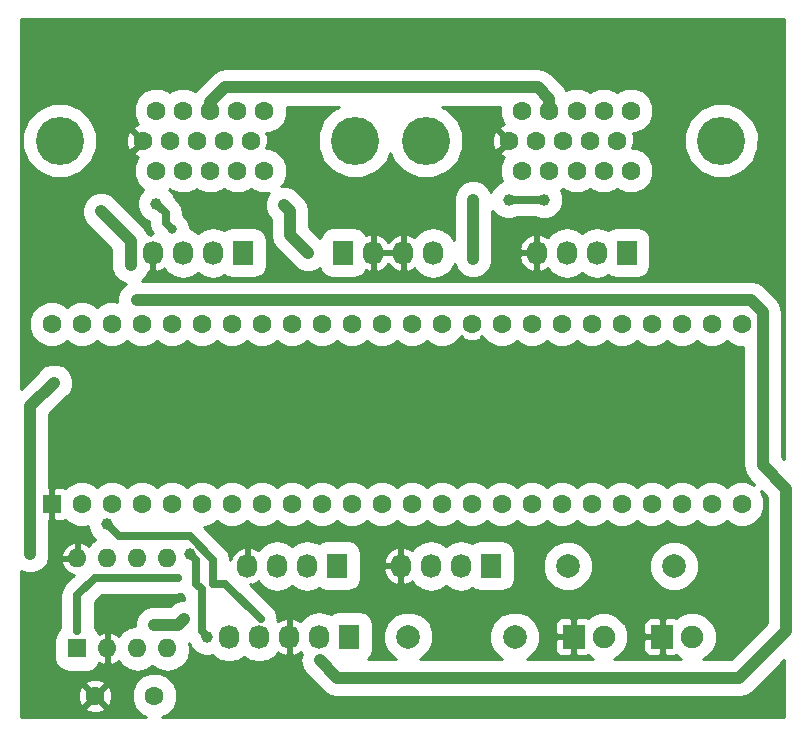
<source format=gbr>
G04 #@! TF.FileFunction,Copper,L1,Top,Signal*
%FSLAX46Y46*%
G04 Gerber Fmt 4.6, Leading zero omitted, Abs format (unit mm)*
G04 Created by KiCad (PCBNEW 4.0.5) date Monday, January 30, 2017 'PMt' 03:56:46 PM*
%MOMM*%
%LPD*%
G01*
G04 APERTURE LIST*
%ADD10C,0.100000*%
%ADD11C,1.600000*%
%ADD12R,1.600000X1.600000*%
%ADD13R,1.727200X2.032000*%
%ADD14O,1.727200X2.032000*%
%ADD15R,1.900000X2.000000*%
%ADD16C,1.900000*%
%ADD17C,4.064000*%
%ADD18C,1.600200*%
%ADD19O,1.600000X1.600000*%
%ADD20C,2.000000*%
%ADD21C,1.000000*%
%ADD22C,0.800000*%
%ADD23C,0.600000*%
%ADD24C,1.000000*%
%ADD25C,0.650000*%
%ADD26C,0.254000*%
G04 APERTURE END LIST*
D10*
D11*
X193455001Y-123755000D03*
X195995001Y-123755000D03*
X198535001Y-123755000D03*
X201075001Y-123755000D03*
X190915001Y-123755000D03*
X188375001Y-123755000D03*
X185835001Y-123755000D03*
X203615001Y-123755000D03*
X206155001Y-123755000D03*
X208695001Y-123755000D03*
X211235001Y-123755000D03*
X211235001Y-108515000D03*
X208695001Y-108515000D03*
X206155001Y-108515000D03*
X203615001Y-108515000D03*
X201075001Y-108515000D03*
X198535001Y-108515000D03*
X195995001Y-108515000D03*
X193455001Y-108515000D03*
X183295001Y-123755000D03*
X180755001Y-123755000D03*
X178215001Y-123755000D03*
X175675001Y-123755000D03*
X173135001Y-123755000D03*
X170595001Y-123755000D03*
X168055001Y-123755000D03*
X165515001Y-123755000D03*
X162975001Y-123755000D03*
X160435001Y-123755000D03*
X157895001Y-123755000D03*
X155355001Y-123755000D03*
D12*
X152815001Y-123755000D03*
D11*
X190915001Y-108515000D03*
X188375001Y-108515000D03*
X185835001Y-108515000D03*
X183295001Y-108515000D03*
X180755001Y-108515000D03*
X178215001Y-108515000D03*
X175675001Y-108515000D03*
X173135001Y-108515000D03*
X170595001Y-108515000D03*
X168055001Y-108515000D03*
X165515001Y-108515000D03*
X162975001Y-108515000D03*
X160435001Y-108515000D03*
X157895001Y-108515000D03*
X155355001Y-108515000D03*
X152815001Y-108515000D03*
D13*
X169000000Y-102500000D03*
D14*
X166460000Y-102500000D03*
X163920000Y-102500000D03*
X161380000Y-102500000D03*
D15*
X197000000Y-135000000D03*
D16*
X199540000Y-135000000D03*
D15*
X204500000Y-135000000D03*
D16*
X207040000Y-135000000D03*
D17*
X153500660Y-93000000D03*
X178499340Y-93000000D03*
D18*
X170830000Y-90460000D03*
X169685000Y-93000000D03*
X168540000Y-90460000D03*
X166250000Y-90460000D03*
X163960000Y-90460000D03*
X161670000Y-90460000D03*
X167395000Y-93000000D03*
X165105000Y-93000000D03*
X162815000Y-93000000D03*
X160525000Y-93000000D03*
X170830000Y-95540000D03*
X168540000Y-95540000D03*
X166250000Y-95540000D03*
X163960000Y-95540000D03*
X161670000Y-95540000D03*
D17*
X184500660Y-93000000D03*
X209499340Y-93000000D03*
D18*
X201830000Y-90460000D03*
X200685000Y-93000000D03*
X199540000Y-90460000D03*
X197250000Y-90460000D03*
X194960000Y-90460000D03*
X192670000Y-90460000D03*
X198395000Y-93000000D03*
X196105000Y-93000000D03*
X193815000Y-93000000D03*
X191525000Y-93000000D03*
X201830000Y-95540000D03*
X199540000Y-95540000D03*
X197250000Y-95540000D03*
X194960000Y-95540000D03*
X192670000Y-95540000D03*
D13*
X177000000Y-129000000D03*
D14*
X174460000Y-129000000D03*
X171920000Y-129000000D03*
X169380000Y-129000000D03*
D13*
X190000000Y-129000000D03*
D14*
X187460000Y-129000000D03*
X184920000Y-129000000D03*
X182380000Y-129000000D03*
D13*
X201500000Y-102500000D03*
D14*
X198960000Y-102500000D03*
X196420000Y-102500000D03*
X193880000Y-102500000D03*
D13*
X178000000Y-135000000D03*
D14*
X175460000Y-135000000D03*
X172920000Y-135000000D03*
X170380000Y-135000000D03*
X167840000Y-135000000D03*
D12*
X155000000Y-136000000D03*
D19*
X162620000Y-128380000D03*
X157540000Y-136000000D03*
X160080000Y-128380000D03*
X160080000Y-136000000D03*
X157540000Y-128380000D03*
X162620000Y-136000000D03*
X155000000Y-128380000D03*
D20*
X196500000Y-129000000D03*
X205500000Y-129000000D03*
X183000000Y-135000000D03*
X192000000Y-135000000D03*
D13*
X177500000Y-102500000D03*
D14*
X180040000Y-102500000D03*
X182580000Y-102500000D03*
X185120000Y-102500000D03*
D11*
X161500000Y-140000000D03*
X156500000Y-140000000D03*
D21*
X174500000Y-102500000D03*
X172500000Y-98474998D03*
X153000000Y-113500000D03*
X151000000Y-128000000D03*
X161500000Y-134000000D03*
X164000000Y-133500000D03*
X159500000Y-103500000D03*
X157000000Y-99000000D03*
X188500000Y-103000000D03*
X188500000Y-98000000D03*
X194500000Y-98000000D03*
X191500000Y-98000000D03*
X161670000Y-98330000D03*
D22*
X163000000Y-100500000D03*
D23*
X175500000Y-137000000D03*
D21*
X160000000Y-106500000D03*
D23*
X170500000Y-133500000D03*
D21*
X157500000Y-125500000D03*
X164500000Y-128000000D03*
X166000000Y-135000000D03*
D23*
X163500000Y-130000000D03*
X155000000Y-134500000D03*
D24*
X173000000Y-101000000D02*
X174500000Y-102500000D01*
X173000000Y-98974998D02*
X173000000Y-101000000D01*
X172500000Y-98474998D02*
X173000000Y-98974998D01*
X151000000Y-115500000D02*
X153000000Y-113500000D01*
X151000000Y-128000000D02*
X151000000Y-115500000D01*
X163500000Y-134000000D02*
X161500000Y-134000000D01*
X164000000Y-133500000D02*
X163500000Y-134000000D01*
X159500000Y-101500000D02*
X157000000Y-99000000D01*
X159500000Y-103500000D02*
X159500000Y-101500000D01*
X188500000Y-103000000D02*
X188500000Y-98000000D01*
X166250000Y-90460000D02*
X166250000Y-89750000D01*
X166250000Y-89750000D02*
X167500000Y-88500000D01*
X194960000Y-89460000D02*
X194960000Y-90460000D01*
X194000000Y-88500000D02*
X194960000Y-89460000D01*
X167500000Y-88500000D02*
X194000000Y-88500000D01*
D25*
X191500000Y-98000000D02*
X194500000Y-98000000D01*
X161670000Y-98330000D02*
X162500000Y-99160000D01*
X162500000Y-99160000D02*
X162500000Y-100000000D01*
X162500000Y-100000000D02*
X163000000Y-100500000D01*
D24*
X160000000Y-106500000D02*
X212000000Y-106500000D01*
X212000000Y-106500000D02*
X213000000Y-107500000D01*
X213000000Y-107500000D02*
X213000000Y-120500000D01*
X213000000Y-120500000D02*
X215000000Y-122500000D01*
X215000000Y-122500000D02*
X215000000Y-134500000D01*
X215000000Y-134500000D02*
X211000000Y-138500000D01*
X211000000Y-138500000D02*
X177000000Y-138500000D01*
X177000000Y-138500000D02*
X175500000Y-137000000D01*
D25*
X167500000Y-130500000D02*
X170500000Y-133500000D01*
X166500000Y-130500000D02*
X167500000Y-130500000D01*
X158500000Y-126500000D02*
X157500000Y-125500000D01*
X166500000Y-128500000D02*
X164500000Y-126500000D01*
X166500000Y-130500000D02*
X166500000Y-128500000D01*
X158500000Y-126500000D02*
X164500000Y-126500000D01*
X165000000Y-130500000D02*
X165500000Y-131000000D01*
X164500000Y-128000000D02*
X165000000Y-128500000D01*
X165000000Y-128500000D02*
X165000000Y-130500000D01*
X165500000Y-134500000D02*
X166000000Y-135000000D01*
X165500000Y-131000000D02*
X165500000Y-134500000D01*
X155000000Y-131500000D02*
X155000000Y-134500000D01*
X155000000Y-131500000D02*
X156500000Y-130000000D01*
X156500000Y-130000000D02*
X163500000Y-130000000D01*
D26*
G36*
X214798000Y-119997074D02*
X214627000Y-119826074D01*
X214627000Y-107500005D01*
X214627001Y-107500000D01*
X214503152Y-106877374D01*
X214466293Y-106822211D01*
X214150463Y-106349537D01*
X214150460Y-106349535D01*
X213150463Y-105349537D01*
X212622626Y-104996848D01*
X212000000Y-104873000D01*
X160427538Y-104873000D01*
X160878499Y-104422825D01*
X161010241Y-104105555D01*
X161020974Y-104107358D01*
X161253000Y-103986217D01*
X161253000Y-102627000D01*
X161233000Y-102627000D01*
X161233000Y-102373000D01*
X161253000Y-102373000D01*
X161253000Y-102353000D01*
X161507000Y-102353000D01*
X161507000Y-102373000D01*
X161527000Y-102373000D01*
X161527000Y-102627000D01*
X161507000Y-102627000D01*
X161507000Y-103986217D01*
X161739026Y-104107358D01*
X161754791Y-104104709D01*
X162282036Y-103850732D01*
X162317816Y-103810686D01*
X162512433Y-104101951D01*
X163158230Y-104533459D01*
X163920000Y-104684984D01*
X164681770Y-104533459D01*
X165190000Y-104193870D01*
X165698230Y-104533459D01*
X166460000Y-104684984D01*
X167221770Y-104533459D01*
X167427764Y-104395818D01*
X167689344Y-104574548D01*
X168136400Y-104665079D01*
X169863600Y-104665079D01*
X170281241Y-104586494D01*
X170664819Y-104339669D01*
X170922148Y-103963056D01*
X171012679Y-103516000D01*
X171012679Y-101484000D01*
X170934094Y-101066359D01*
X170687269Y-100682781D01*
X170310656Y-100425452D01*
X169863600Y-100334921D01*
X168136400Y-100334921D01*
X167718759Y-100413506D01*
X167425152Y-100602436D01*
X167221770Y-100466541D01*
X166460000Y-100315016D01*
X165698230Y-100466541D01*
X165190000Y-100806130D01*
X164681770Y-100466541D01*
X164527057Y-100435767D01*
X164527265Y-100197593D01*
X164295283Y-99636154D01*
X163952000Y-99292271D01*
X163952000Y-99160000D01*
X163856082Y-98677789D01*
X163841473Y-98604343D01*
X163526719Y-98133281D01*
X163224091Y-97830653D01*
X163050108Y-97409582D01*
X162787944Y-97146960D01*
X162814620Y-97120331D01*
X162866960Y-97172763D01*
X163574994Y-97466765D01*
X164341642Y-97467434D01*
X165050188Y-97174668D01*
X165104620Y-97120331D01*
X165156960Y-97172763D01*
X165864994Y-97466765D01*
X166631642Y-97467434D01*
X167340188Y-97174668D01*
X167394620Y-97120331D01*
X167446960Y-97172763D01*
X168154994Y-97466765D01*
X168921642Y-97467434D01*
X169630188Y-97174668D01*
X169684620Y-97120331D01*
X169736960Y-97172763D01*
X170444994Y-97466765D01*
X171206392Y-97467429D01*
X171121501Y-97552173D01*
X170873283Y-98149948D01*
X170872718Y-98797209D01*
X171119892Y-99395416D01*
X171373000Y-99648966D01*
X171373000Y-101000000D01*
X171496848Y-101622626D01*
X171849537Y-102150463D01*
X173348534Y-103649459D01*
X173577175Y-103878499D01*
X174174950Y-104126717D01*
X174822211Y-104127282D01*
X175420418Y-103880108D01*
X175534419Y-103766305D01*
X175565906Y-103933641D01*
X175812731Y-104317219D01*
X176189344Y-104574548D01*
X176636400Y-104665079D01*
X178363600Y-104665079D01*
X178781241Y-104586494D01*
X179164819Y-104339669D01*
X179409518Y-103981541D01*
X179665209Y-104104709D01*
X179680974Y-104107358D01*
X179913000Y-103986217D01*
X179913000Y-102627000D01*
X180167000Y-102627000D01*
X180167000Y-103986217D01*
X180399026Y-104107358D01*
X180414791Y-104104709D01*
X180942036Y-103850732D01*
X181310000Y-103438892D01*
X181677964Y-103850732D01*
X182205209Y-104104709D01*
X182220974Y-104107358D01*
X182453000Y-103986217D01*
X182453000Y-102627000D01*
X180167000Y-102627000D01*
X179913000Y-102627000D01*
X179893000Y-102627000D01*
X179893000Y-102373000D01*
X179913000Y-102373000D01*
X179913000Y-101013783D01*
X180167000Y-101013783D01*
X180167000Y-102373000D01*
X182453000Y-102373000D01*
X182453000Y-101013783D01*
X182220974Y-100892642D01*
X182205209Y-100895291D01*
X181677964Y-101149268D01*
X181310000Y-101561108D01*
X180942036Y-101149268D01*
X180414791Y-100895291D01*
X180399026Y-100892642D01*
X180167000Y-101013783D01*
X179913000Y-101013783D01*
X179680974Y-100892642D01*
X179665209Y-100895291D01*
X179404749Y-101020756D01*
X179187269Y-100682781D01*
X178810656Y-100425452D01*
X178363600Y-100334921D01*
X176636400Y-100334921D01*
X176218759Y-100413506D01*
X175835181Y-100660331D01*
X175577852Y-101036944D01*
X175537472Y-101236348D01*
X175422825Y-101121501D01*
X175422143Y-101121218D01*
X174627000Y-100326074D01*
X174627000Y-98975003D01*
X174627001Y-98974998D01*
X174503152Y-98352372D01*
X174150463Y-97824535D01*
X173650893Y-97324965D01*
X173422825Y-97096499D01*
X172825050Y-96848281D01*
X172247651Y-96847777D01*
X172462763Y-96633040D01*
X172756765Y-95925006D01*
X172757434Y-95158358D01*
X172464668Y-94449812D01*
X171923040Y-93907237D01*
X171215006Y-93613235D01*
X170989638Y-93613038D01*
X171132064Y-93216800D01*
X171104879Y-92646530D01*
X170997480Y-92387247D01*
X171211642Y-92387434D01*
X171920188Y-92094668D01*
X172462763Y-91553040D01*
X172756765Y-90845006D01*
X172757392Y-90127000D01*
X177180237Y-90127000D01*
X176712248Y-90320369D01*
X175822832Y-91208234D01*
X175340890Y-92368879D01*
X175339793Y-93625607D01*
X175819709Y-94787092D01*
X176707574Y-95676508D01*
X177868219Y-96158450D01*
X179124947Y-96159547D01*
X180286432Y-95679631D01*
X181175848Y-94791766D01*
X181500203Y-94010633D01*
X181821029Y-94787092D01*
X182708894Y-95676508D01*
X183869539Y-96158450D01*
X185126267Y-96159547D01*
X186287752Y-95679631D01*
X187177168Y-94791766D01*
X187659110Y-93631121D01*
X187659850Y-92783200D01*
X190077936Y-92783200D01*
X190105121Y-93353470D01*
X190271053Y-93754065D01*
X190517183Y-93828212D01*
X191345395Y-93000000D01*
X190517183Y-92171788D01*
X190271053Y-92245935D01*
X190077936Y-92783200D01*
X187659850Y-92783200D01*
X187660207Y-92374393D01*
X187180291Y-91212908D01*
X186292426Y-90323492D01*
X185819221Y-90127000D01*
X190743190Y-90127000D01*
X190742566Y-90841642D01*
X191035332Y-91550188D01*
X191096314Y-91611277D01*
X190770935Y-91746053D01*
X190696788Y-91992183D01*
X191525000Y-92820395D01*
X191539143Y-92806253D01*
X191718748Y-92985858D01*
X191704605Y-93000000D01*
X191718748Y-93014143D01*
X191539143Y-93193748D01*
X191525000Y-93179605D01*
X190696788Y-94007817D01*
X190770935Y-94253947D01*
X191108897Y-94375425D01*
X191037237Y-94446960D01*
X190743235Y-95154994D01*
X190742566Y-95921642D01*
X190965236Y-96460543D01*
X190579582Y-96619892D01*
X190121501Y-97077175D01*
X190000008Y-97369762D01*
X189880108Y-97079582D01*
X189422825Y-96621501D01*
X188825050Y-96373283D01*
X188177789Y-96372718D01*
X187579582Y-96619892D01*
X187121501Y-97077175D01*
X186873283Y-97674950D01*
X186872718Y-98322211D01*
X186873000Y-98322893D01*
X186873000Y-101415026D01*
X186527567Y-100898049D01*
X185881770Y-100466541D01*
X185120000Y-100315016D01*
X184358230Y-100466541D01*
X183712433Y-100898049D01*
X183517816Y-101189314D01*
X183482036Y-101149268D01*
X182954791Y-100895291D01*
X182939026Y-100892642D01*
X182707000Y-101013783D01*
X182707000Y-102373000D01*
X182727000Y-102373000D01*
X182727000Y-102627000D01*
X182707000Y-102627000D01*
X182707000Y-103986217D01*
X182939026Y-104107358D01*
X182954791Y-104104709D01*
X183482036Y-103850732D01*
X183517816Y-103810686D01*
X183712433Y-104101951D01*
X184358230Y-104533459D01*
X185120000Y-104684984D01*
X185881770Y-104533459D01*
X186527567Y-104101951D01*
X186939912Y-103484833D01*
X187119892Y-103920418D01*
X187577175Y-104378499D01*
X188174950Y-104626717D01*
X188822211Y-104627282D01*
X189420418Y-104380108D01*
X189878499Y-103922825D01*
X190126717Y-103325050D01*
X190127121Y-102861913D01*
X192394816Y-102861913D01*
X192588046Y-103414320D01*
X192977964Y-103850732D01*
X193505209Y-104104709D01*
X193520974Y-104107358D01*
X193753000Y-103986217D01*
X193753000Y-102627000D01*
X192539076Y-102627000D01*
X192394816Y-102861913D01*
X190127121Y-102861913D01*
X190127282Y-102677789D01*
X190127000Y-102677107D01*
X190127000Y-102138087D01*
X192394816Y-102138087D01*
X192539076Y-102373000D01*
X193753000Y-102373000D01*
X193753000Y-101013783D01*
X194007000Y-101013783D01*
X194007000Y-102373000D01*
X194027000Y-102373000D01*
X194027000Y-102627000D01*
X194007000Y-102627000D01*
X194007000Y-103986217D01*
X194239026Y-104107358D01*
X194254791Y-104104709D01*
X194782036Y-103850732D01*
X194817816Y-103810686D01*
X195012433Y-104101951D01*
X195658230Y-104533459D01*
X196420000Y-104684984D01*
X197181770Y-104533459D01*
X197690000Y-104193870D01*
X198198230Y-104533459D01*
X198960000Y-104684984D01*
X199721770Y-104533459D01*
X199927764Y-104395818D01*
X200189344Y-104574548D01*
X200636400Y-104665079D01*
X202363600Y-104665079D01*
X202781241Y-104586494D01*
X203164819Y-104339669D01*
X203422148Y-103963056D01*
X203512679Y-103516000D01*
X203512679Y-101484000D01*
X203434094Y-101066359D01*
X203187269Y-100682781D01*
X202810656Y-100425452D01*
X202363600Y-100334921D01*
X200636400Y-100334921D01*
X200218759Y-100413506D01*
X199925152Y-100602436D01*
X199721770Y-100466541D01*
X198960000Y-100315016D01*
X198198230Y-100466541D01*
X197690000Y-100806130D01*
X197181770Y-100466541D01*
X196420000Y-100315016D01*
X195658230Y-100466541D01*
X195012433Y-100898049D01*
X194817816Y-101189314D01*
X194782036Y-101149268D01*
X194254791Y-100895291D01*
X194239026Y-100892642D01*
X194007000Y-101013783D01*
X193753000Y-101013783D01*
X193520974Y-100892642D01*
X193505209Y-100895291D01*
X192977964Y-101149268D01*
X192588046Y-101585680D01*
X192394816Y-102138087D01*
X190127000Y-102138087D01*
X190127000Y-98927538D01*
X190577175Y-99378499D01*
X191174950Y-99626717D01*
X191822211Y-99627282D01*
X192246426Y-99452000D01*
X193754185Y-99452000D01*
X194174950Y-99626717D01*
X194822211Y-99627282D01*
X195420418Y-99380108D01*
X195878499Y-98922825D01*
X196126717Y-98325050D01*
X196127282Y-97677789D01*
X195938470Y-97220829D01*
X196050188Y-97174668D01*
X196104620Y-97120331D01*
X196156960Y-97172763D01*
X196864994Y-97466765D01*
X197631642Y-97467434D01*
X198340188Y-97174668D01*
X198394620Y-97120331D01*
X198446960Y-97172763D01*
X199154994Y-97466765D01*
X199921642Y-97467434D01*
X200630188Y-97174668D01*
X200684620Y-97120331D01*
X200736960Y-97172763D01*
X201444994Y-97466765D01*
X202211642Y-97467434D01*
X202920188Y-97174668D01*
X203462763Y-96633040D01*
X203756765Y-95925006D01*
X203757434Y-95158358D01*
X203464668Y-94449812D01*
X202923040Y-93907237D01*
X202244802Y-93625607D01*
X206339793Y-93625607D01*
X206819709Y-94787092D01*
X207707574Y-95676508D01*
X208868219Y-96158450D01*
X210124947Y-96159547D01*
X211286432Y-95679631D01*
X212175848Y-94791766D01*
X212657790Y-93631121D01*
X212658887Y-92374393D01*
X212178971Y-91212908D01*
X211291106Y-90323492D01*
X210130461Y-89841550D01*
X208873733Y-89840453D01*
X207712248Y-90320369D01*
X206822832Y-91208234D01*
X206340890Y-92368879D01*
X206339793Y-93625607D01*
X202244802Y-93625607D01*
X202215006Y-93613235D01*
X201989638Y-93613038D01*
X202132064Y-93216800D01*
X202104879Y-92646530D01*
X201997480Y-92387247D01*
X202211642Y-92387434D01*
X202920188Y-92094668D01*
X203462763Y-91553040D01*
X203756765Y-90845006D01*
X203757434Y-90078358D01*
X203464668Y-89369812D01*
X202923040Y-88827237D01*
X202215006Y-88533235D01*
X201448358Y-88532566D01*
X200739812Y-88825332D01*
X200685380Y-88879669D01*
X200633040Y-88827237D01*
X199925006Y-88533235D01*
X199158358Y-88532566D01*
X198449812Y-88825332D01*
X198395380Y-88879669D01*
X198343040Y-88827237D01*
X197635006Y-88533235D01*
X196868358Y-88532566D01*
X196391218Y-88729717D01*
X196110463Y-88309537D01*
X195150463Y-87349537D01*
X194622626Y-86996848D01*
X194000000Y-86873000D01*
X167500000Y-86873000D01*
X166877374Y-86996848D01*
X166349537Y-87349537D01*
X165099537Y-88599537D01*
X164970339Y-88792896D01*
X164345006Y-88533235D01*
X163578358Y-88532566D01*
X162869812Y-88825332D01*
X162815380Y-88879669D01*
X162763040Y-88827237D01*
X162055006Y-88533235D01*
X161288358Y-88532566D01*
X160579812Y-88825332D01*
X160037237Y-89366960D01*
X159743235Y-90074994D01*
X159742566Y-90841642D01*
X160035332Y-91550188D01*
X160096314Y-91611277D01*
X159770935Y-91746053D01*
X159696788Y-91992183D01*
X160525000Y-92820395D01*
X160539143Y-92806253D01*
X160718748Y-92985858D01*
X160704605Y-93000000D01*
X160718748Y-93014143D01*
X160539143Y-93193748D01*
X160525000Y-93179605D01*
X159696788Y-94007817D01*
X159770935Y-94253947D01*
X160108897Y-94375425D01*
X160037237Y-94446960D01*
X159743235Y-95154994D01*
X159742566Y-95921642D01*
X160035332Y-96630188D01*
X160551685Y-97147444D01*
X160291501Y-97407175D01*
X160043283Y-98004950D01*
X160042718Y-98652211D01*
X160289892Y-99250418D01*
X160747175Y-99708499D01*
X161048000Y-99833413D01*
X161048000Y-100000000D01*
X161158527Y-100555657D01*
X161354533Y-100849000D01*
X161252998Y-100849000D01*
X161252998Y-101013782D01*
X161020974Y-100892642D01*
X161006667Y-100895046D01*
X161003152Y-100877374D01*
X160650463Y-100349537D01*
X158150893Y-97849967D01*
X157922825Y-97621501D01*
X157325050Y-97373283D01*
X156677789Y-97372718D01*
X156079582Y-97619892D01*
X155621501Y-98077175D01*
X155373283Y-98674950D01*
X155372718Y-99322211D01*
X155619892Y-99920418D01*
X156077175Y-100378499D01*
X156077856Y-100378782D01*
X157873000Y-102173926D01*
X157873000Y-103499153D01*
X157872718Y-103822211D01*
X158119892Y-104420418D01*
X158577175Y-104878499D01*
X159119145Y-105103545D01*
X159079582Y-105119892D01*
X158621501Y-105577175D01*
X158373283Y-106174950D01*
X158372888Y-106626911D01*
X158279987Y-106588335D01*
X157513379Y-106587666D01*
X156804869Y-106880416D01*
X156625162Y-107059810D01*
X156447984Y-106882322D01*
X155739987Y-106588335D01*
X154973379Y-106587666D01*
X154264869Y-106880416D01*
X154085162Y-107059810D01*
X153907984Y-106882322D01*
X153199987Y-106588335D01*
X152433379Y-106587666D01*
X151724869Y-106880416D01*
X151182323Y-107422017D01*
X150888336Y-108130014D01*
X150887667Y-108896622D01*
X151180417Y-109605132D01*
X151722018Y-110147678D01*
X152430015Y-110441665D01*
X153196623Y-110442334D01*
X153905133Y-110149584D01*
X154084840Y-109970190D01*
X154262018Y-110147678D01*
X154970015Y-110441665D01*
X155736623Y-110442334D01*
X156445133Y-110149584D01*
X156624840Y-109970190D01*
X156802018Y-110147678D01*
X157510015Y-110441665D01*
X158276623Y-110442334D01*
X158985133Y-110149584D01*
X159164840Y-109970190D01*
X159342018Y-110147678D01*
X160050015Y-110441665D01*
X160816623Y-110442334D01*
X161525133Y-110149584D01*
X161704840Y-109970190D01*
X161882018Y-110147678D01*
X162590015Y-110441665D01*
X163356623Y-110442334D01*
X164065133Y-110149584D01*
X164244840Y-109970190D01*
X164422018Y-110147678D01*
X165130015Y-110441665D01*
X165896623Y-110442334D01*
X166605133Y-110149584D01*
X166784840Y-109970190D01*
X166962018Y-110147678D01*
X167670015Y-110441665D01*
X168436623Y-110442334D01*
X169145133Y-110149584D01*
X169324840Y-109970190D01*
X169502018Y-110147678D01*
X170210015Y-110441665D01*
X170976623Y-110442334D01*
X171685133Y-110149584D01*
X171864840Y-109970190D01*
X172042018Y-110147678D01*
X172750015Y-110441665D01*
X173516623Y-110442334D01*
X174225133Y-110149584D01*
X174404840Y-109970190D01*
X174582018Y-110147678D01*
X175290015Y-110441665D01*
X176056623Y-110442334D01*
X176765133Y-110149584D01*
X176944840Y-109970190D01*
X177122018Y-110147678D01*
X177830015Y-110441665D01*
X178596623Y-110442334D01*
X179305133Y-110149584D01*
X179484840Y-109970190D01*
X179662018Y-110147678D01*
X180370015Y-110441665D01*
X181136623Y-110442334D01*
X181845133Y-110149584D01*
X182024840Y-109970190D01*
X182202018Y-110147678D01*
X182910015Y-110441665D01*
X183676623Y-110442334D01*
X184385133Y-110149584D01*
X184564840Y-109970190D01*
X184742018Y-110147678D01*
X185450015Y-110441665D01*
X186216623Y-110442334D01*
X186925133Y-110149584D01*
X187467679Y-109607983D01*
X187471977Y-109597632D01*
X187546862Y-109522747D01*
X187620996Y-109768864D01*
X188158224Y-109961965D01*
X188728455Y-109934778D01*
X189129006Y-109768864D01*
X189203140Y-109522747D01*
X189276820Y-109596427D01*
X189280417Y-109605132D01*
X189822018Y-110147678D01*
X190530015Y-110441665D01*
X191296623Y-110442334D01*
X192005133Y-110149584D01*
X192184840Y-109970190D01*
X192362018Y-110147678D01*
X193070015Y-110441665D01*
X193836623Y-110442334D01*
X194545133Y-110149584D01*
X194724840Y-109970190D01*
X194902018Y-110147678D01*
X195610015Y-110441665D01*
X196376623Y-110442334D01*
X197085133Y-110149584D01*
X197264840Y-109970190D01*
X197442018Y-110147678D01*
X198150015Y-110441665D01*
X198916623Y-110442334D01*
X199625133Y-110149584D01*
X199804840Y-109970190D01*
X199982018Y-110147678D01*
X200690015Y-110441665D01*
X201456623Y-110442334D01*
X202165133Y-110149584D01*
X202344840Y-109970190D01*
X202522018Y-110147678D01*
X203230015Y-110441665D01*
X203996623Y-110442334D01*
X204705133Y-110149584D01*
X204884840Y-109970190D01*
X205062018Y-110147678D01*
X205770015Y-110441665D01*
X206536623Y-110442334D01*
X207245133Y-110149584D01*
X207424840Y-109970190D01*
X207602018Y-110147678D01*
X208310015Y-110441665D01*
X209076623Y-110442334D01*
X209785133Y-110149584D01*
X209964840Y-109970190D01*
X210142018Y-110147678D01*
X210850015Y-110441665D01*
X211373000Y-110442121D01*
X211373000Y-120500000D01*
X211496848Y-121122626D01*
X211849537Y-121650463D01*
X212316718Y-122117644D01*
X211619987Y-121828335D01*
X210853379Y-121827666D01*
X210144869Y-122120416D01*
X209965162Y-122299810D01*
X209787984Y-122122322D01*
X209079987Y-121828335D01*
X208313379Y-121827666D01*
X207604869Y-122120416D01*
X207425162Y-122299810D01*
X207247984Y-122122322D01*
X206539987Y-121828335D01*
X205773379Y-121827666D01*
X205064869Y-122120416D01*
X204885162Y-122299810D01*
X204707984Y-122122322D01*
X203999987Y-121828335D01*
X203233379Y-121827666D01*
X202524869Y-122120416D01*
X202345162Y-122299810D01*
X202167984Y-122122322D01*
X201459987Y-121828335D01*
X200693379Y-121827666D01*
X199984869Y-122120416D01*
X199805162Y-122299810D01*
X199627984Y-122122322D01*
X198919987Y-121828335D01*
X198153379Y-121827666D01*
X197444869Y-122120416D01*
X197265162Y-122299810D01*
X197087984Y-122122322D01*
X196379987Y-121828335D01*
X195613379Y-121827666D01*
X194904869Y-122120416D01*
X194725162Y-122299810D01*
X194547984Y-122122322D01*
X193839987Y-121828335D01*
X193073379Y-121827666D01*
X192364869Y-122120416D01*
X192185162Y-122299810D01*
X192007984Y-122122322D01*
X191299987Y-121828335D01*
X190533379Y-121827666D01*
X189824869Y-122120416D01*
X189645162Y-122299810D01*
X189467984Y-122122322D01*
X188759987Y-121828335D01*
X187993379Y-121827666D01*
X187284869Y-122120416D01*
X187105162Y-122299810D01*
X186927984Y-122122322D01*
X186219987Y-121828335D01*
X185453379Y-121827666D01*
X184744869Y-122120416D01*
X184565162Y-122299810D01*
X184387984Y-122122322D01*
X183679987Y-121828335D01*
X182913379Y-121827666D01*
X182204869Y-122120416D01*
X182025162Y-122299810D01*
X181847984Y-122122322D01*
X181139987Y-121828335D01*
X180373379Y-121827666D01*
X179664869Y-122120416D01*
X179485162Y-122299810D01*
X179307984Y-122122322D01*
X178599987Y-121828335D01*
X177833379Y-121827666D01*
X177124869Y-122120416D01*
X176945162Y-122299810D01*
X176767984Y-122122322D01*
X176059987Y-121828335D01*
X175293379Y-121827666D01*
X174584869Y-122120416D01*
X174405162Y-122299810D01*
X174227984Y-122122322D01*
X173519987Y-121828335D01*
X172753379Y-121827666D01*
X172044869Y-122120416D01*
X171865162Y-122299810D01*
X171687984Y-122122322D01*
X170979987Y-121828335D01*
X170213379Y-121827666D01*
X169504869Y-122120416D01*
X169325162Y-122299810D01*
X169147984Y-122122322D01*
X168439987Y-121828335D01*
X167673379Y-121827666D01*
X166964869Y-122120416D01*
X166785162Y-122299810D01*
X166607984Y-122122322D01*
X165899987Y-121828335D01*
X165133379Y-121827666D01*
X164424869Y-122120416D01*
X164245162Y-122299810D01*
X164067984Y-122122322D01*
X163359987Y-121828335D01*
X162593379Y-121827666D01*
X161884869Y-122120416D01*
X161705162Y-122299810D01*
X161527984Y-122122322D01*
X160819987Y-121828335D01*
X160053379Y-121827666D01*
X159344869Y-122120416D01*
X159165162Y-122299810D01*
X158987984Y-122122322D01*
X158279987Y-121828335D01*
X157513379Y-121827666D01*
X156804869Y-122120416D01*
X156625162Y-122299810D01*
X156447984Y-122122322D01*
X155739987Y-121828335D01*
X154973379Y-121827666D01*
X154264869Y-122120416D01*
X153970032Y-122414740D01*
X153741310Y-122320000D01*
X153100751Y-122320000D01*
X152942001Y-122478750D01*
X152942001Y-123628000D01*
X152962001Y-123628000D01*
X152962001Y-123882000D01*
X152942001Y-123882000D01*
X152942001Y-125031250D01*
X153100751Y-125190000D01*
X153741310Y-125190000D01*
X153970087Y-125095237D01*
X154262018Y-125387678D01*
X154970015Y-125681665D01*
X155736623Y-125682334D01*
X155872889Y-125626030D01*
X155872718Y-125822211D01*
X156119892Y-126420418D01*
X156477791Y-126778942D01*
X156177405Y-126979653D01*
X155941035Y-127333406D01*
X155737423Y-127148959D01*
X155349039Y-126988096D01*
X155127000Y-127110085D01*
X155127000Y-128253000D01*
X155147000Y-128253000D01*
X155147000Y-128507000D01*
X155127000Y-128507000D01*
X155127000Y-128527000D01*
X154873000Y-128527000D01*
X154873000Y-128507000D01*
X153729371Y-128507000D01*
X153608086Y-128729041D01*
X153847611Y-129235134D01*
X154262577Y-129611041D01*
X154650961Y-129771904D01*
X154703551Y-129743011D01*
X153973281Y-130473281D01*
X153658527Y-130944343D01*
X153622268Y-131126630D01*
X153548000Y-131500000D01*
X153548000Y-134280311D01*
X153398781Y-134376331D01*
X153141452Y-134752944D01*
X153050921Y-135200000D01*
X153050921Y-136800000D01*
X153129506Y-137217641D01*
X153376331Y-137601219D01*
X153752944Y-137858548D01*
X154200000Y-137949079D01*
X155800000Y-137949079D01*
X156217641Y-137870494D01*
X156601219Y-137623669D01*
X156854731Y-137252642D01*
X157190961Y-137391904D01*
X157413000Y-137269915D01*
X157413000Y-136127000D01*
X157393000Y-136127000D01*
X157393000Y-135873000D01*
X157413000Y-135873000D01*
X157413000Y-134730085D01*
X157190961Y-134608096D01*
X156849394Y-134749568D01*
X156623669Y-134398781D01*
X156452000Y-134281484D01*
X156452000Y-132101438D01*
X157101438Y-131452000D01*
X163500000Y-131452000D01*
X163625128Y-131427110D01*
X163782603Y-131427248D01*
X163879942Y-131387028D01*
X163973281Y-131526719D01*
X164048000Y-131601438D01*
X164048000Y-131873041D01*
X164000001Y-131872999D01*
X163999999Y-131872999D01*
X163677789Y-131872718D01*
X163079582Y-132119892D01*
X162826032Y-132373000D01*
X161500847Y-132373000D01*
X161177789Y-132372718D01*
X160579582Y-132619892D01*
X160121501Y-133077175D01*
X159873283Y-133674950D01*
X159872933Y-134076436D01*
X159342569Y-134181932D01*
X158717405Y-134599653D01*
X158481035Y-134953406D01*
X158277423Y-134768959D01*
X157889039Y-134608096D01*
X157667000Y-134730085D01*
X157667000Y-135873000D01*
X157687000Y-135873000D01*
X157687000Y-136127000D01*
X157667000Y-136127000D01*
X157667000Y-137269915D01*
X157889039Y-137391904D01*
X158277423Y-137231041D01*
X158481035Y-137046594D01*
X158717405Y-137400347D01*
X159342569Y-137818068D01*
X160080000Y-137964752D01*
X160817431Y-137818068D01*
X161350000Y-137462217D01*
X161882569Y-137818068D01*
X162620000Y-137964752D01*
X163357431Y-137818068D01*
X163982595Y-137400347D01*
X164400316Y-136775183D01*
X164547000Y-136037752D01*
X164547000Y-135962248D01*
X164463291Y-135541415D01*
X164619892Y-135920418D01*
X165077175Y-136378499D01*
X165674950Y-136626717D01*
X166322211Y-136627282D01*
X166421850Y-136586112D01*
X166432433Y-136601951D01*
X167078230Y-137033459D01*
X167840000Y-137184984D01*
X168601770Y-137033459D01*
X169110000Y-136693870D01*
X169618230Y-137033459D01*
X170380000Y-137184984D01*
X171141770Y-137033459D01*
X171787567Y-136601951D01*
X171982184Y-136310686D01*
X172017964Y-136350732D01*
X172545209Y-136604709D01*
X172560974Y-136607358D01*
X172793000Y-136486217D01*
X172793000Y-135127000D01*
X172773000Y-135127000D01*
X172773000Y-134873000D01*
X172793000Y-134873000D01*
X172793000Y-133513783D01*
X172560974Y-133392642D01*
X172545209Y-133395291D01*
X172017964Y-133649268D01*
X171982184Y-133689314D01*
X171929906Y-133611074D01*
X171952000Y-133500000D01*
X171927110Y-133374872D01*
X171927248Y-133217397D01*
X171866582Y-133070574D01*
X171841473Y-132944344D01*
X171770593Y-132838264D01*
X171710457Y-132692725D01*
X171598224Y-132580296D01*
X171526719Y-132473281D01*
X169575330Y-130521892D01*
X169739026Y-130607358D01*
X169754791Y-130604709D01*
X170282036Y-130350732D01*
X170317816Y-130310686D01*
X170512433Y-130601951D01*
X171158230Y-131033459D01*
X171920000Y-131184984D01*
X172681770Y-131033459D01*
X173190000Y-130693870D01*
X173698230Y-131033459D01*
X174460000Y-131184984D01*
X175221770Y-131033459D01*
X175427764Y-130895818D01*
X175689344Y-131074548D01*
X176136400Y-131165079D01*
X177863600Y-131165079D01*
X178281241Y-131086494D01*
X178664819Y-130839669D01*
X178922148Y-130463056D01*
X179012679Y-130016000D01*
X179012679Y-129361913D01*
X180894816Y-129361913D01*
X181088046Y-129914320D01*
X181477964Y-130350732D01*
X182005209Y-130604709D01*
X182020974Y-130607358D01*
X182253000Y-130486217D01*
X182253000Y-129127000D01*
X181039076Y-129127000D01*
X180894816Y-129361913D01*
X179012679Y-129361913D01*
X179012679Y-128638087D01*
X180894816Y-128638087D01*
X181039076Y-128873000D01*
X182253000Y-128873000D01*
X182253000Y-127513783D01*
X182507000Y-127513783D01*
X182507000Y-128873000D01*
X182527000Y-128873000D01*
X182527000Y-129127000D01*
X182507000Y-129127000D01*
X182507000Y-130486217D01*
X182739026Y-130607358D01*
X182754791Y-130604709D01*
X183282036Y-130350732D01*
X183317816Y-130310686D01*
X183512433Y-130601951D01*
X184158230Y-131033459D01*
X184920000Y-131184984D01*
X185681770Y-131033459D01*
X186190000Y-130693870D01*
X186698230Y-131033459D01*
X187460000Y-131184984D01*
X188221770Y-131033459D01*
X188427764Y-130895818D01*
X188689344Y-131074548D01*
X189136400Y-131165079D01*
X190863600Y-131165079D01*
X191281241Y-131086494D01*
X191664819Y-130839669D01*
X191922148Y-130463056D01*
X192012679Y-130016000D01*
X192012679Y-129421230D01*
X194372632Y-129421230D01*
X194695766Y-130203274D01*
X195293578Y-130802131D01*
X196075057Y-131126630D01*
X196921230Y-131127368D01*
X197703274Y-130804234D01*
X198302131Y-130206422D01*
X198626630Y-129424943D01*
X198626633Y-129421230D01*
X203372632Y-129421230D01*
X203695766Y-130203274D01*
X204293578Y-130802131D01*
X205075057Y-131126630D01*
X205921230Y-131127368D01*
X206703274Y-130804234D01*
X207302131Y-130206422D01*
X207626630Y-129424943D01*
X207627368Y-128578770D01*
X207304234Y-127796726D01*
X206706422Y-127197869D01*
X205924943Y-126873370D01*
X205078770Y-126872632D01*
X204296726Y-127195766D01*
X203697869Y-127793578D01*
X203373370Y-128575057D01*
X203372632Y-129421230D01*
X198626633Y-129421230D01*
X198627368Y-128578770D01*
X198304234Y-127796726D01*
X197706422Y-127197869D01*
X196924943Y-126873370D01*
X196078770Y-126872632D01*
X195296726Y-127195766D01*
X194697869Y-127793578D01*
X194373370Y-128575057D01*
X194372632Y-129421230D01*
X192012679Y-129421230D01*
X192012679Y-127984000D01*
X191934094Y-127566359D01*
X191687269Y-127182781D01*
X191310656Y-126925452D01*
X190863600Y-126834921D01*
X189136400Y-126834921D01*
X188718759Y-126913506D01*
X188425152Y-127102436D01*
X188221770Y-126966541D01*
X187460000Y-126815016D01*
X186698230Y-126966541D01*
X186190000Y-127306130D01*
X185681770Y-126966541D01*
X184920000Y-126815016D01*
X184158230Y-126966541D01*
X183512433Y-127398049D01*
X183317816Y-127689314D01*
X183282036Y-127649268D01*
X182754791Y-127395291D01*
X182739026Y-127392642D01*
X182507000Y-127513783D01*
X182253000Y-127513783D01*
X182020974Y-127392642D01*
X182005209Y-127395291D01*
X181477964Y-127649268D01*
X181088046Y-128085680D01*
X180894816Y-128638087D01*
X179012679Y-128638087D01*
X179012679Y-127984000D01*
X178934094Y-127566359D01*
X178687269Y-127182781D01*
X178310656Y-126925452D01*
X177863600Y-126834921D01*
X176136400Y-126834921D01*
X175718759Y-126913506D01*
X175425152Y-127102436D01*
X175221770Y-126966541D01*
X174460000Y-126815016D01*
X173698230Y-126966541D01*
X173190000Y-127306130D01*
X172681770Y-126966541D01*
X171920000Y-126815016D01*
X171158230Y-126966541D01*
X170512433Y-127398049D01*
X170317816Y-127689314D01*
X170282036Y-127649268D01*
X169754791Y-127395291D01*
X169739026Y-127392642D01*
X169507000Y-127513783D01*
X169507000Y-128873000D01*
X169527000Y-128873000D01*
X169527000Y-129127000D01*
X169507000Y-129127000D01*
X169507000Y-129147000D01*
X169253000Y-129147000D01*
X169253000Y-129127000D01*
X169233000Y-129127000D01*
X169233000Y-128873000D01*
X169253000Y-128873000D01*
X169253000Y-127513783D01*
X169020974Y-127392642D01*
X169005209Y-127395291D01*
X168477964Y-127649268D01*
X168088046Y-128085680D01*
X167948780Y-128483814D01*
X167841473Y-127944344D01*
X167841473Y-127944343D01*
X167526719Y-127473281D01*
X165735632Y-125682194D01*
X165896623Y-125682334D01*
X166605133Y-125389584D01*
X166784840Y-125210190D01*
X166962018Y-125387678D01*
X167670015Y-125681665D01*
X168436623Y-125682334D01*
X169145133Y-125389584D01*
X169324840Y-125210190D01*
X169502018Y-125387678D01*
X170210015Y-125681665D01*
X170976623Y-125682334D01*
X171685133Y-125389584D01*
X171864840Y-125210190D01*
X172042018Y-125387678D01*
X172750015Y-125681665D01*
X173516623Y-125682334D01*
X174225133Y-125389584D01*
X174404840Y-125210190D01*
X174582018Y-125387678D01*
X175290015Y-125681665D01*
X176056623Y-125682334D01*
X176765133Y-125389584D01*
X176944840Y-125210190D01*
X177122018Y-125387678D01*
X177830015Y-125681665D01*
X178596623Y-125682334D01*
X179305133Y-125389584D01*
X179484840Y-125210190D01*
X179662018Y-125387678D01*
X180370015Y-125681665D01*
X181136623Y-125682334D01*
X181845133Y-125389584D01*
X182024840Y-125210190D01*
X182202018Y-125387678D01*
X182910015Y-125681665D01*
X183676623Y-125682334D01*
X184385133Y-125389584D01*
X184564840Y-125210190D01*
X184742018Y-125387678D01*
X185450015Y-125681665D01*
X186216623Y-125682334D01*
X186925133Y-125389584D01*
X187104840Y-125210190D01*
X187282018Y-125387678D01*
X187990015Y-125681665D01*
X188756623Y-125682334D01*
X189465133Y-125389584D01*
X189644840Y-125210190D01*
X189822018Y-125387678D01*
X190530015Y-125681665D01*
X191296623Y-125682334D01*
X192005133Y-125389584D01*
X192184840Y-125210190D01*
X192362018Y-125387678D01*
X193070015Y-125681665D01*
X193836623Y-125682334D01*
X194545133Y-125389584D01*
X194724840Y-125210190D01*
X194902018Y-125387678D01*
X195610015Y-125681665D01*
X196376623Y-125682334D01*
X197085133Y-125389584D01*
X197264840Y-125210190D01*
X197442018Y-125387678D01*
X198150015Y-125681665D01*
X198916623Y-125682334D01*
X199625133Y-125389584D01*
X199804840Y-125210190D01*
X199982018Y-125387678D01*
X200690015Y-125681665D01*
X201456623Y-125682334D01*
X202165133Y-125389584D01*
X202344840Y-125210190D01*
X202522018Y-125387678D01*
X203230015Y-125681665D01*
X203996623Y-125682334D01*
X204705133Y-125389584D01*
X204884840Y-125210190D01*
X205062018Y-125387678D01*
X205770015Y-125681665D01*
X206536623Y-125682334D01*
X207245133Y-125389584D01*
X207424840Y-125210190D01*
X207602018Y-125387678D01*
X208310015Y-125681665D01*
X209076623Y-125682334D01*
X209785133Y-125389584D01*
X209964840Y-125210190D01*
X210142018Y-125387678D01*
X210850015Y-125681665D01*
X211616623Y-125682334D01*
X212325133Y-125389584D01*
X212867679Y-124847983D01*
X213161666Y-124139986D01*
X213162335Y-123373378D01*
X212873558Y-122674484D01*
X213373000Y-123173926D01*
X213373000Y-133826074D01*
X210326074Y-136873000D01*
X207945917Y-136873000D01*
X208214989Y-136761822D01*
X208799768Y-136178062D01*
X209116639Y-135414953D01*
X209117360Y-134588672D01*
X208801822Y-133825011D01*
X208218062Y-133240232D01*
X207454953Y-132923361D01*
X206628672Y-132922640D01*
X205865011Y-133238178D01*
X205690561Y-133412324D01*
X205576310Y-133365000D01*
X204785750Y-133365000D01*
X204627000Y-133523750D01*
X204627000Y-134873000D01*
X204647000Y-134873000D01*
X204647000Y-135127000D01*
X204627000Y-135127000D01*
X204627000Y-136476250D01*
X204785750Y-136635000D01*
X205576310Y-136635000D01*
X205690267Y-136587797D01*
X205861938Y-136759768D01*
X206134631Y-136873000D01*
X200445917Y-136873000D01*
X200714989Y-136761822D01*
X201299768Y-136178062D01*
X201616639Y-135414953D01*
X201616751Y-135285750D01*
X202915000Y-135285750D01*
X202915000Y-136126309D01*
X203011673Y-136359698D01*
X203190301Y-136538327D01*
X203423690Y-136635000D01*
X204214250Y-136635000D01*
X204373000Y-136476250D01*
X204373000Y-135127000D01*
X203073750Y-135127000D01*
X202915000Y-135285750D01*
X201616751Y-135285750D01*
X201617360Y-134588672D01*
X201321937Y-133873691D01*
X202915000Y-133873691D01*
X202915000Y-134714250D01*
X203073750Y-134873000D01*
X204373000Y-134873000D01*
X204373000Y-133523750D01*
X204214250Y-133365000D01*
X203423690Y-133365000D01*
X203190301Y-133461673D01*
X203011673Y-133640302D01*
X202915000Y-133873691D01*
X201321937Y-133873691D01*
X201301822Y-133825011D01*
X200718062Y-133240232D01*
X199954953Y-132923361D01*
X199128672Y-132922640D01*
X198365011Y-133238178D01*
X198190561Y-133412324D01*
X198076310Y-133365000D01*
X197285750Y-133365000D01*
X197127000Y-133523750D01*
X197127000Y-134873000D01*
X197147000Y-134873000D01*
X197147000Y-135127000D01*
X197127000Y-135127000D01*
X197127000Y-136476250D01*
X197285750Y-136635000D01*
X198076310Y-136635000D01*
X198190267Y-136587797D01*
X198361938Y-136759768D01*
X198634631Y-136873000D01*
X193036848Y-136873000D01*
X193203274Y-136804234D01*
X193802131Y-136206422D01*
X194126630Y-135424943D01*
X194126751Y-135285750D01*
X195415000Y-135285750D01*
X195415000Y-136126309D01*
X195511673Y-136359698D01*
X195690301Y-136538327D01*
X195923690Y-136635000D01*
X196714250Y-136635000D01*
X196873000Y-136476250D01*
X196873000Y-135127000D01*
X195573750Y-135127000D01*
X195415000Y-135285750D01*
X194126751Y-135285750D01*
X194127368Y-134578770D01*
X193836036Y-133873691D01*
X195415000Y-133873691D01*
X195415000Y-134714250D01*
X195573750Y-134873000D01*
X196873000Y-134873000D01*
X196873000Y-133523750D01*
X196714250Y-133365000D01*
X195923690Y-133365000D01*
X195690301Y-133461673D01*
X195511673Y-133640302D01*
X195415000Y-133873691D01*
X193836036Y-133873691D01*
X193804234Y-133796726D01*
X193206422Y-133197869D01*
X192424943Y-132873370D01*
X191578770Y-132872632D01*
X190796726Y-133195766D01*
X190197869Y-133793578D01*
X189873370Y-134575057D01*
X189872632Y-135421230D01*
X190195766Y-136203274D01*
X190793578Y-136802131D01*
X190964249Y-136873000D01*
X184036848Y-136873000D01*
X184203274Y-136804234D01*
X184802131Y-136206422D01*
X185126630Y-135424943D01*
X185127368Y-134578770D01*
X184804234Y-133796726D01*
X184206422Y-133197869D01*
X183424943Y-132873370D01*
X182578770Y-132872632D01*
X181796726Y-133195766D01*
X181197869Y-133793578D01*
X180873370Y-134575057D01*
X180872632Y-135421230D01*
X181195766Y-136203274D01*
X181793578Y-136802131D01*
X181964249Y-136873000D01*
X179613021Y-136873000D01*
X179664819Y-136839669D01*
X179922148Y-136463056D01*
X180012679Y-136016000D01*
X180012679Y-133984000D01*
X179934094Y-133566359D01*
X179687269Y-133182781D01*
X179310656Y-132925452D01*
X178863600Y-132834921D01*
X177136400Y-132834921D01*
X176718759Y-132913506D01*
X176425152Y-133102436D01*
X176221770Y-132966541D01*
X175460000Y-132815016D01*
X174698230Y-132966541D01*
X174052433Y-133398049D01*
X173857816Y-133689314D01*
X173822036Y-133649268D01*
X173294791Y-133395291D01*
X173279026Y-133392642D01*
X173047000Y-133513783D01*
X173047000Y-134873000D01*
X173067000Y-134873000D01*
X173067000Y-135127000D01*
X173047000Y-135127000D01*
X173047000Y-136486217D01*
X173279026Y-136607358D01*
X173294791Y-136604709D01*
X173822036Y-136350732D01*
X173857816Y-136310686D01*
X173975176Y-136486327D01*
X173873000Y-137000000D01*
X173996848Y-137622626D01*
X174349537Y-138150463D01*
X175849535Y-139650460D01*
X175849537Y-139650463D01*
X176372657Y-140000000D01*
X176377374Y-140003152D01*
X177000000Y-140127000D01*
X211000000Y-140127000D01*
X211622626Y-140003152D01*
X212150463Y-139650463D01*
X214798000Y-137002926D01*
X214798000Y-141798000D01*
X162194635Y-141798000D01*
X162590132Y-141634584D01*
X163132678Y-141092983D01*
X163426665Y-140384986D01*
X163427334Y-139618378D01*
X163134584Y-138909868D01*
X162592983Y-138367322D01*
X161884986Y-138073335D01*
X161118378Y-138072666D01*
X160409868Y-138365416D01*
X159867322Y-138907017D01*
X159573335Y-139615014D01*
X159572666Y-140381622D01*
X159865416Y-141090132D01*
X160407017Y-141632678D01*
X160805155Y-141798000D01*
X150202000Y-141798000D01*
X150202000Y-141007745D01*
X155671861Y-141007745D01*
X155745995Y-141253864D01*
X156283223Y-141446965D01*
X156853454Y-141419778D01*
X157254005Y-141253864D01*
X157328139Y-141007745D01*
X156500000Y-140179605D01*
X155671861Y-141007745D01*
X150202000Y-141007745D01*
X150202000Y-139783223D01*
X155053035Y-139783223D01*
X155080222Y-140353454D01*
X155246136Y-140754005D01*
X155492255Y-140828139D01*
X156320395Y-140000000D01*
X156679605Y-140000000D01*
X157507745Y-140828139D01*
X157753864Y-140754005D01*
X157946965Y-140216777D01*
X157919778Y-139646546D01*
X157753864Y-139245995D01*
X157507745Y-139171861D01*
X156679605Y-140000000D01*
X156320395Y-140000000D01*
X155492255Y-139171861D01*
X155246136Y-139245995D01*
X155053035Y-139783223D01*
X150202000Y-139783223D01*
X150202000Y-138992255D01*
X155671861Y-138992255D01*
X156500000Y-139820395D01*
X157328139Y-138992255D01*
X157254005Y-138746136D01*
X156716777Y-138553035D01*
X156146546Y-138580222D01*
X155745995Y-138746136D01*
X155671861Y-138992255D01*
X150202000Y-138992255D01*
X150202000Y-129430331D01*
X150674950Y-129626717D01*
X151322211Y-129627282D01*
X151920418Y-129380108D01*
X152378499Y-128922825D01*
X152626717Y-128325050D01*
X152626973Y-128030959D01*
X153608086Y-128030959D01*
X153729371Y-128253000D01*
X154873000Y-128253000D01*
X154873000Y-127110085D01*
X154650961Y-126988096D01*
X154262577Y-127148959D01*
X153847611Y-127524866D01*
X153608086Y-128030959D01*
X152626973Y-128030959D01*
X152627282Y-127677789D01*
X152627000Y-127677107D01*
X152627000Y-125092251D01*
X152688001Y-125031250D01*
X152688001Y-123882000D01*
X152668001Y-123882000D01*
X152668001Y-123628000D01*
X152688001Y-123628000D01*
X152688001Y-122478750D01*
X152627000Y-122417749D01*
X152627000Y-116173926D01*
X154150033Y-114650893D01*
X154378499Y-114422825D01*
X154626717Y-113825050D01*
X154627282Y-113177789D01*
X154380108Y-112579582D01*
X153922825Y-112121501D01*
X153325050Y-111873283D01*
X152677789Y-111872718D01*
X152079582Y-112119892D01*
X151621501Y-112577175D01*
X151621218Y-112577856D01*
X150202000Y-113997074D01*
X150202000Y-93625607D01*
X150341113Y-93625607D01*
X150821029Y-94787092D01*
X151708894Y-95676508D01*
X152869539Y-96158450D01*
X154126267Y-96159547D01*
X155287752Y-95679631D01*
X156177168Y-94791766D01*
X156659110Y-93631121D01*
X156659850Y-92783200D01*
X159077936Y-92783200D01*
X159105121Y-93353470D01*
X159271053Y-93754065D01*
X159517183Y-93828212D01*
X160345395Y-93000000D01*
X159517183Y-92171788D01*
X159271053Y-92245935D01*
X159077936Y-92783200D01*
X156659850Y-92783200D01*
X156660207Y-92374393D01*
X156180291Y-91212908D01*
X155292426Y-90323492D01*
X154131781Y-89841550D01*
X152875053Y-89840453D01*
X151713568Y-90320369D01*
X150824152Y-91208234D01*
X150342210Y-92368879D01*
X150341113Y-93625607D01*
X150202000Y-93625607D01*
X150202000Y-82702000D01*
X214798000Y-82702000D01*
X214798000Y-119997074D01*
X214798000Y-119997074D01*
G37*
X214798000Y-119997074D02*
X214627000Y-119826074D01*
X214627000Y-107500005D01*
X214627001Y-107500000D01*
X214503152Y-106877374D01*
X214466293Y-106822211D01*
X214150463Y-106349537D01*
X214150460Y-106349535D01*
X213150463Y-105349537D01*
X212622626Y-104996848D01*
X212000000Y-104873000D01*
X160427538Y-104873000D01*
X160878499Y-104422825D01*
X161010241Y-104105555D01*
X161020974Y-104107358D01*
X161253000Y-103986217D01*
X161253000Y-102627000D01*
X161233000Y-102627000D01*
X161233000Y-102373000D01*
X161253000Y-102373000D01*
X161253000Y-102353000D01*
X161507000Y-102353000D01*
X161507000Y-102373000D01*
X161527000Y-102373000D01*
X161527000Y-102627000D01*
X161507000Y-102627000D01*
X161507000Y-103986217D01*
X161739026Y-104107358D01*
X161754791Y-104104709D01*
X162282036Y-103850732D01*
X162317816Y-103810686D01*
X162512433Y-104101951D01*
X163158230Y-104533459D01*
X163920000Y-104684984D01*
X164681770Y-104533459D01*
X165190000Y-104193870D01*
X165698230Y-104533459D01*
X166460000Y-104684984D01*
X167221770Y-104533459D01*
X167427764Y-104395818D01*
X167689344Y-104574548D01*
X168136400Y-104665079D01*
X169863600Y-104665079D01*
X170281241Y-104586494D01*
X170664819Y-104339669D01*
X170922148Y-103963056D01*
X171012679Y-103516000D01*
X171012679Y-101484000D01*
X170934094Y-101066359D01*
X170687269Y-100682781D01*
X170310656Y-100425452D01*
X169863600Y-100334921D01*
X168136400Y-100334921D01*
X167718759Y-100413506D01*
X167425152Y-100602436D01*
X167221770Y-100466541D01*
X166460000Y-100315016D01*
X165698230Y-100466541D01*
X165190000Y-100806130D01*
X164681770Y-100466541D01*
X164527057Y-100435767D01*
X164527265Y-100197593D01*
X164295283Y-99636154D01*
X163952000Y-99292271D01*
X163952000Y-99160000D01*
X163856082Y-98677789D01*
X163841473Y-98604343D01*
X163526719Y-98133281D01*
X163224091Y-97830653D01*
X163050108Y-97409582D01*
X162787944Y-97146960D01*
X162814620Y-97120331D01*
X162866960Y-97172763D01*
X163574994Y-97466765D01*
X164341642Y-97467434D01*
X165050188Y-97174668D01*
X165104620Y-97120331D01*
X165156960Y-97172763D01*
X165864994Y-97466765D01*
X166631642Y-97467434D01*
X167340188Y-97174668D01*
X167394620Y-97120331D01*
X167446960Y-97172763D01*
X168154994Y-97466765D01*
X168921642Y-97467434D01*
X169630188Y-97174668D01*
X169684620Y-97120331D01*
X169736960Y-97172763D01*
X170444994Y-97466765D01*
X171206392Y-97467429D01*
X171121501Y-97552173D01*
X170873283Y-98149948D01*
X170872718Y-98797209D01*
X171119892Y-99395416D01*
X171373000Y-99648966D01*
X171373000Y-101000000D01*
X171496848Y-101622626D01*
X171849537Y-102150463D01*
X173348534Y-103649459D01*
X173577175Y-103878499D01*
X174174950Y-104126717D01*
X174822211Y-104127282D01*
X175420418Y-103880108D01*
X175534419Y-103766305D01*
X175565906Y-103933641D01*
X175812731Y-104317219D01*
X176189344Y-104574548D01*
X176636400Y-104665079D01*
X178363600Y-104665079D01*
X178781241Y-104586494D01*
X179164819Y-104339669D01*
X179409518Y-103981541D01*
X179665209Y-104104709D01*
X179680974Y-104107358D01*
X179913000Y-103986217D01*
X179913000Y-102627000D01*
X180167000Y-102627000D01*
X180167000Y-103986217D01*
X180399026Y-104107358D01*
X180414791Y-104104709D01*
X180942036Y-103850732D01*
X181310000Y-103438892D01*
X181677964Y-103850732D01*
X182205209Y-104104709D01*
X182220974Y-104107358D01*
X182453000Y-103986217D01*
X182453000Y-102627000D01*
X180167000Y-102627000D01*
X179913000Y-102627000D01*
X179893000Y-102627000D01*
X179893000Y-102373000D01*
X179913000Y-102373000D01*
X179913000Y-101013783D01*
X180167000Y-101013783D01*
X180167000Y-102373000D01*
X182453000Y-102373000D01*
X182453000Y-101013783D01*
X182220974Y-100892642D01*
X182205209Y-100895291D01*
X181677964Y-101149268D01*
X181310000Y-101561108D01*
X180942036Y-101149268D01*
X180414791Y-100895291D01*
X180399026Y-100892642D01*
X180167000Y-101013783D01*
X179913000Y-101013783D01*
X179680974Y-100892642D01*
X179665209Y-100895291D01*
X179404749Y-101020756D01*
X179187269Y-100682781D01*
X178810656Y-100425452D01*
X178363600Y-100334921D01*
X176636400Y-100334921D01*
X176218759Y-100413506D01*
X175835181Y-100660331D01*
X175577852Y-101036944D01*
X175537472Y-101236348D01*
X175422825Y-101121501D01*
X175422143Y-101121218D01*
X174627000Y-100326074D01*
X174627000Y-98975003D01*
X174627001Y-98974998D01*
X174503152Y-98352372D01*
X174150463Y-97824535D01*
X173650893Y-97324965D01*
X173422825Y-97096499D01*
X172825050Y-96848281D01*
X172247651Y-96847777D01*
X172462763Y-96633040D01*
X172756765Y-95925006D01*
X172757434Y-95158358D01*
X172464668Y-94449812D01*
X171923040Y-93907237D01*
X171215006Y-93613235D01*
X170989638Y-93613038D01*
X171132064Y-93216800D01*
X171104879Y-92646530D01*
X170997480Y-92387247D01*
X171211642Y-92387434D01*
X171920188Y-92094668D01*
X172462763Y-91553040D01*
X172756765Y-90845006D01*
X172757392Y-90127000D01*
X177180237Y-90127000D01*
X176712248Y-90320369D01*
X175822832Y-91208234D01*
X175340890Y-92368879D01*
X175339793Y-93625607D01*
X175819709Y-94787092D01*
X176707574Y-95676508D01*
X177868219Y-96158450D01*
X179124947Y-96159547D01*
X180286432Y-95679631D01*
X181175848Y-94791766D01*
X181500203Y-94010633D01*
X181821029Y-94787092D01*
X182708894Y-95676508D01*
X183869539Y-96158450D01*
X185126267Y-96159547D01*
X186287752Y-95679631D01*
X187177168Y-94791766D01*
X187659110Y-93631121D01*
X187659850Y-92783200D01*
X190077936Y-92783200D01*
X190105121Y-93353470D01*
X190271053Y-93754065D01*
X190517183Y-93828212D01*
X191345395Y-93000000D01*
X190517183Y-92171788D01*
X190271053Y-92245935D01*
X190077936Y-92783200D01*
X187659850Y-92783200D01*
X187660207Y-92374393D01*
X187180291Y-91212908D01*
X186292426Y-90323492D01*
X185819221Y-90127000D01*
X190743190Y-90127000D01*
X190742566Y-90841642D01*
X191035332Y-91550188D01*
X191096314Y-91611277D01*
X190770935Y-91746053D01*
X190696788Y-91992183D01*
X191525000Y-92820395D01*
X191539143Y-92806253D01*
X191718748Y-92985858D01*
X191704605Y-93000000D01*
X191718748Y-93014143D01*
X191539143Y-93193748D01*
X191525000Y-93179605D01*
X190696788Y-94007817D01*
X190770935Y-94253947D01*
X191108897Y-94375425D01*
X191037237Y-94446960D01*
X190743235Y-95154994D01*
X190742566Y-95921642D01*
X190965236Y-96460543D01*
X190579582Y-96619892D01*
X190121501Y-97077175D01*
X190000008Y-97369762D01*
X189880108Y-97079582D01*
X189422825Y-96621501D01*
X188825050Y-96373283D01*
X188177789Y-96372718D01*
X187579582Y-96619892D01*
X187121501Y-97077175D01*
X186873283Y-97674950D01*
X186872718Y-98322211D01*
X186873000Y-98322893D01*
X186873000Y-101415026D01*
X186527567Y-100898049D01*
X185881770Y-100466541D01*
X185120000Y-100315016D01*
X184358230Y-100466541D01*
X183712433Y-100898049D01*
X183517816Y-101189314D01*
X183482036Y-101149268D01*
X182954791Y-100895291D01*
X182939026Y-100892642D01*
X182707000Y-101013783D01*
X182707000Y-102373000D01*
X182727000Y-102373000D01*
X182727000Y-102627000D01*
X182707000Y-102627000D01*
X182707000Y-103986217D01*
X182939026Y-104107358D01*
X182954791Y-104104709D01*
X183482036Y-103850732D01*
X183517816Y-103810686D01*
X183712433Y-104101951D01*
X184358230Y-104533459D01*
X185120000Y-104684984D01*
X185881770Y-104533459D01*
X186527567Y-104101951D01*
X186939912Y-103484833D01*
X187119892Y-103920418D01*
X187577175Y-104378499D01*
X188174950Y-104626717D01*
X188822211Y-104627282D01*
X189420418Y-104380108D01*
X189878499Y-103922825D01*
X190126717Y-103325050D01*
X190127121Y-102861913D01*
X192394816Y-102861913D01*
X192588046Y-103414320D01*
X192977964Y-103850732D01*
X193505209Y-104104709D01*
X193520974Y-104107358D01*
X193753000Y-103986217D01*
X193753000Y-102627000D01*
X192539076Y-102627000D01*
X192394816Y-102861913D01*
X190127121Y-102861913D01*
X190127282Y-102677789D01*
X190127000Y-102677107D01*
X190127000Y-102138087D01*
X192394816Y-102138087D01*
X192539076Y-102373000D01*
X193753000Y-102373000D01*
X193753000Y-101013783D01*
X194007000Y-101013783D01*
X194007000Y-102373000D01*
X194027000Y-102373000D01*
X194027000Y-102627000D01*
X194007000Y-102627000D01*
X194007000Y-103986217D01*
X194239026Y-104107358D01*
X194254791Y-104104709D01*
X194782036Y-103850732D01*
X194817816Y-103810686D01*
X195012433Y-104101951D01*
X195658230Y-104533459D01*
X196420000Y-104684984D01*
X197181770Y-104533459D01*
X197690000Y-104193870D01*
X198198230Y-104533459D01*
X198960000Y-104684984D01*
X199721770Y-104533459D01*
X199927764Y-104395818D01*
X200189344Y-104574548D01*
X200636400Y-104665079D01*
X202363600Y-104665079D01*
X202781241Y-104586494D01*
X203164819Y-104339669D01*
X203422148Y-103963056D01*
X203512679Y-103516000D01*
X203512679Y-101484000D01*
X203434094Y-101066359D01*
X203187269Y-100682781D01*
X202810656Y-100425452D01*
X202363600Y-100334921D01*
X200636400Y-100334921D01*
X200218759Y-100413506D01*
X199925152Y-100602436D01*
X199721770Y-100466541D01*
X198960000Y-100315016D01*
X198198230Y-100466541D01*
X197690000Y-100806130D01*
X197181770Y-100466541D01*
X196420000Y-100315016D01*
X195658230Y-100466541D01*
X195012433Y-100898049D01*
X194817816Y-101189314D01*
X194782036Y-101149268D01*
X194254791Y-100895291D01*
X194239026Y-100892642D01*
X194007000Y-101013783D01*
X193753000Y-101013783D01*
X193520974Y-100892642D01*
X193505209Y-100895291D01*
X192977964Y-101149268D01*
X192588046Y-101585680D01*
X192394816Y-102138087D01*
X190127000Y-102138087D01*
X190127000Y-98927538D01*
X190577175Y-99378499D01*
X191174950Y-99626717D01*
X191822211Y-99627282D01*
X192246426Y-99452000D01*
X193754185Y-99452000D01*
X194174950Y-99626717D01*
X194822211Y-99627282D01*
X195420418Y-99380108D01*
X195878499Y-98922825D01*
X196126717Y-98325050D01*
X196127282Y-97677789D01*
X195938470Y-97220829D01*
X196050188Y-97174668D01*
X196104620Y-97120331D01*
X196156960Y-97172763D01*
X196864994Y-97466765D01*
X197631642Y-97467434D01*
X198340188Y-97174668D01*
X198394620Y-97120331D01*
X198446960Y-97172763D01*
X199154994Y-97466765D01*
X199921642Y-97467434D01*
X200630188Y-97174668D01*
X200684620Y-97120331D01*
X200736960Y-97172763D01*
X201444994Y-97466765D01*
X202211642Y-97467434D01*
X202920188Y-97174668D01*
X203462763Y-96633040D01*
X203756765Y-95925006D01*
X203757434Y-95158358D01*
X203464668Y-94449812D01*
X202923040Y-93907237D01*
X202244802Y-93625607D01*
X206339793Y-93625607D01*
X206819709Y-94787092D01*
X207707574Y-95676508D01*
X208868219Y-96158450D01*
X210124947Y-96159547D01*
X211286432Y-95679631D01*
X212175848Y-94791766D01*
X212657790Y-93631121D01*
X212658887Y-92374393D01*
X212178971Y-91212908D01*
X211291106Y-90323492D01*
X210130461Y-89841550D01*
X208873733Y-89840453D01*
X207712248Y-90320369D01*
X206822832Y-91208234D01*
X206340890Y-92368879D01*
X206339793Y-93625607D01*
X202244802Y-93625607D01*
X202215006Y-93613235D01*
X201989638Y-93613038D01*
X202132064Y-93216800D01*
X202104879Y-92646530D01*
X201997480Y-92387247D01*
X202211642Y-92387434D01*
X202920188Y-92094668D01*
X203462763Y-91553040D01*
X203756765Y-90845006D01*
X203757434Y-90078358D01*
X203464668Y-89369812D01*
X202923040Y-88827237D01*
X202215006Y-88533235D01*
X201448358Y-88532566D01*
X200739812Y-88825332D01*
X200685380Y-88879669D01*
X200633040Y-88827237D01*
X199925006Y-88533235D01*
X199158358Y-88532566D01*
X198449812Y-88825332D01*
X198395380Y-88879669D01*
X198343040Y-88827237D01*
X197635006Y-88533235D01*
X196868358Y-88532566D01*
X196391218Y-88729717D01*
X196110463Y-88309537D01*
X195150463Y-87349537D01*
X194622626Y-86996848D01*
X194000000Y-86873000D01*
X167500000Y-86873000D01*
X166877374Y-86996848D01*
X166349537Y-87349537D01*
X165099537Y-88599537D01*
X164970339Y-88792896D01*
X164345006Y-88533235D01*
X163578358Y-88532566D01*
X162869812Y-88825332D01*
X162815380Y-88879669D01*
X162763040Y-88827237D01*
X162055006Y-88533235D01*
X161288358Y-88532566D01*
X160579812Y-88825332D01*
X160037237Y-89366960D01*
X159743235Y-90074994D01*
X159742566Y-90841642D01*
X160035332Y-91550188D01*
X160096314Y-91611277D01*
X159770935Y-91746053D01*
X159696788Y-91992183D01*
X160525000Y-92820395D01*
X160539143Y-92806253D01*
X160718748Y-92985858D01*
X160704605Y-93000000D01*
X160718748Y-93014143D01*
X160539143Y-93193748D01*
X160525000Y-93179605D01*
X159696788Y-94007817D01*
X159770935Y-94253947D01*
X160108897Y-94375425D01*
X160037237Y-94446960D01*
X159743235Y-95154994D01*
X159742566Y-95921642D01*
X160035332Y-96630188D01*
X160551685Y-97147444D01*
X160291501Y-97407175D01*
X160043283Y-98004950D01*
X160042718Y-98652211D01*
X160289892Y-99250418D01*
X160747175Y-99708499D01*
X161048000Y-99833413D01*
X161048000Y-100000000D01*
X161158527Y-100555657D01*
X161354533Y-100849000D01*
X161252998Y-100849000D01*
X161252998Y-101013782D01*
X161020974Y-100892642D01*
X161006667Y-100895046D01*
X161003152Y-100877374D01*
X160650463Y-100349537D01*
X158150893Y-97849967D01*
X157922825Y-97621501D01*
X157325050Y-97373283D01*
X156677789Y-97372718D01*
X156079582Y-97619892D01*
X155621501Y-98077175D01*
X155373283Y-98674950D01*
X155372718Y-99322211D01*
X155619892Y-99920418D01*
X156077175Y-100378499D01*
X156077856Y-100378782D01*
X157873000Y-102173926D01*
X157873000Y-103499153D01*
X157872718Y-103822211D01*
X158119892Y-104420418D01*
X158577175Y-104878499D01*
X159119145Y-105103545D01*
X159079582Y-105119892D01*
X158621501Y-105577175D01*
X158373283Y-106174950D01*
X158372888Y-106626911D01*
X158279987Y-106588335D01*
X157513379Y-106587666D01*
X156804869Y-106880416D01*
X156625162Y-107059810D01*
X156447984Y-106882322D01*
X155739987Y-106588335D01*
X154973379Y-106587666D01*
X154264869Y-106880416D01*
X154085162Y-107059810D01*
X153907984Y-106882322D01*
X153199987Y-106588335D01*
X152433379Y-106587666D01*
X151724869Y-106880416D01*
X151182323Y-107422017D01*
X150888336Y-108130014D01*
X150887667Y-108896622D01*
X151180417Y-109605132D01*
X151722018Y-110147678D01*
X152430015Y-110441665D01*
X153196623Y-110442334D01*
X153905133Y-110149584D01*
X154084840Y-109970190D01*
X154262018Y-110147678D01*
X154970015Y-110441665D01*
X155736623Y-110442334D01*
X156445133Y-110149584D01*
X156624840Y-109970190D01*
X156802018Y-110147678D01*
X157510015Y-110441665D01*
X158276623Y-110442334D01*
X158985133Y-110149584D01*
X159164840Y-109970190D01*
X159342018Y-110147678D01*
X160050015Y-110441665D01*
X160816623Y-110442334D01*
X161525133Y-110149584D01*
X161704840Y-109970190D01*
X161882018Y-110147678D01*
X162590015Y-110441665D01*
X163356623Y-110442334D01*
X164065133Y-110149584D01*
X164244840Y-109970190D01*
X164422018Y-110147678D01*
X165130015Y-110441665D01*
X165896623Y-110442334D01*
X166605133Y-110149584D01*
X166784840Y-109970190D01*
X166962018Y-110147678D01*
X167670015Y-110441665D01*
X168436623Y-110442334D01*
X169145133Y-110149584D01*
X169324840Y-109970190D01*
X169502018Y-110147678D01*
X170210015Y-110441665D01*
X170976623Y-110442334D01*
X171685133Y-110149584D01*
X171864840Y-109970190D01*
X172042018Y-110147678D01*
X172750015Y-110441665D01*
X173516623Y-110442334D01*
X174225133Y-110149584D01*
X174404840Y-109970190D01*
X174582018Y-110147678D01*
X175290015Y-110441665D01*
X176056623Y-110442334D01*
X176765133Y-110149584D01*
X176944840Y-109970190D01*
X177122018Y-110147678D01*
X177830015Y-110441665D01*
X178596623Y-110442334D01*
X179305133Y-110149584D01*
X179484840Y-109970190D01*
X179662018Y-110147678D01*
X180370015Y-110441665D01*
X181136623Y-110442334D01*
X181845133Y-110149584D01*
X182024840Y-109970190D01*
X182202018Y-110147678D01*
X182910015Y-110441665D01*
X183676623Y-110442334D01*
X184385133Y-110149584D01*
X184564840Y-109970190D01*
X184742018Y-110147678D01*
X185450015Y-110441665D01*
X186216623Y-110442334D01*
X186925133Y-110149584D01*
X187467679Y-109607983D01*
X187471977Y-109597632D01*
X187546862Y-109522747D01*
X187620996Y-109768864D01*
X188158224Y-109961965D01*
X188728455Y-109934778D01*
X189129006Y-109768864D01*
X189203140Y-109522747D01*
X189276820Y-109596427D01*
X189280417Y-109605132D01*
X189822018Y-110147678D01*
X190530015Y-110441665D01*
X191296623Y-110442334D01*
X192005133Y-110149584D01*
X192184840Y-109970190D01*
X192362018Y-110147678D01*
X193070015Y-110441665D01*
X193836623Y-110442334D01*
X194545133Y-110149584D01*
X194724840Y-109970190D01*
X194902018Y-110147678D01*
X195610015Y-110441665D01*
X196376623Y-110442334D01*
X197085133Y-110149584D01*
X197264840Y-109970190D01*
X197442018Y-110147678D01*
X198150015Y-110441665D01*
X198916623Y-110442334D01*
X199625133Y-110149584D01*
X199804840Y-109970190D01*
X199982018Y-110147678D01*
X200690015Y-110441665D01*
X201456623Y-110442334D01*
X202165133Y-110149584D01*
X202344840Y-109970190D01*
X202522018Y-110147678D01*
X203230015Y-110441665D01*
X203996623Y-110442334D01*
X204705133Y-110149584D01*
X204884840Y-109970190D01*
X205062018Y-110147678D01*
X205770015Y-110441665D01*
X206536623Y-110442334D01*
X207245133Y-110149584D01*
X207424840Y-109970190D01*
X207602018Y-110147678D01*
X208310015Y-110441665D01*
X209076623Y-110442334D01*
X209785133Y-110149584D01*
X209964840Y-109970190D01*
X210142018Y-110147678D01*
X210850015Y-110441665D01*
X211373000Y-110442121D01*
X211373000Y-120500000D01*
X211496848Y-121122626D01*
X211849537Y-121650463D01*
X212316718Y-122117644D01*
X211619987Y-121828335D01*
X210853379Y-121827666D01*
X210144869Y-122120416D01*
X209965162Y-122299810D01*
X209787984Y-122122322D01*
X209079987Y-121828335D01*
X208313379Y-121827666D01*
X207604869Y-122120416D01*
X207425162Y-122299810D01*
X207247984Y-122122322D01*
X206539987Y-121828335D01*
X205773379Y-121827666D01*
X205064869Y-122120416D01*
X204885162Y-122299810D01*
X204707984Y-122122322D01*
X203999987Y-121828335D01*
X203233379Y-121827666D01*
X202524869Y-122120416D01*
X202345162Y-122299810D01*
X202167984Y-122122322D01*
X201459987Y-121828335D01*
X200693379Y-121827666D01*
X199984869Y-122120416D01*
X199805162Y-122299810D01*
X199627984Y-122122322D01*
X198919987Y-121828335D01*
X198153379Y-121827666D01*
X197444869Y-122120416D01*
X197265162Y-122299810D01*
X197087984Y-122122322D01*
X196379987Y-121828335D01*
X195613379Y-121827666D01*
X194904869Y-122120416D01*
X194725162Y-122299810D01*
X194547984Y-122122322D01*
X193839987Y-121828335D01*
X193073379Y-121827666D01*
X192364869Y-122120416D01*
X192185162Y-122299810D01*
X192007984Y-122122322D01*
X191299987Y-121828335D01*
X190533379Y-121827666D01*
X189824869Y-122120416D01*
X189645162Y-122299810D01*
X189467984Y-122122322D01*
X188759987Y-121828335D01*
X187993379Y-121827666D01*
X187284869Y-122120416D01*
X187105162Y-122299810D01*
X186927984Y-122122322D01*
X186219987Y-121828335D01*
X185453379Y-121827666D01*
X184744869Y-122120416D01*
X184565162Y-122299810D01*
X184387984Y-122122322D01*
X183679987Y-121828335D01*
X182913379Y-121827666D01*
X182204869Y-122120416D01*
X182025162Y-122299810D01*
X181847984Y-122122322D01*
X181139987Y-121828335D01*
X180373379Y-121827666D01*
X179664869Y-122120416D01*
X179485162Y-122299810D01*
X179307984Y-122122322D01*
X178599987Y-121828335D01*
X177833379Y-121827666D01*
X177124869Y-122120416D01*
X176945162Y-122299810D01*
X176767984Y-122122322D01*
X176059987Y-121828335D01*
X175293379Y-121827666D01*
X174584869Y-122120416D01*
X174405162Y-122299810D01*
X174227984Y-122122322D01*
X173519987Y-121828335D01*
X172753379Y-121827666D01*
X172044869Y-122120416D01*
X171865162Y-122299810D01*
X171687984Y-122122322D01*
X170979987Y-121828335D01*
X170213379Y-121827666D01*
X169504869Y-122120416D01*
X169325162Y-122299810D01*
X169147984Y-122122322D01*
X168439987Y-121828335D01*
X167673379Y-121827666D01*
X166964869Y-122120416D01*
X166785162Y-122299810D01*
X166607984Y-122122322D01*
X165899987Y-121828335D01*
X165133379Y-121827666D01*
X164424869Y-122120416D01*
X164245162Y-122299810D01*
X164067984Y-122122322D01*
X163359987Y-121828335D01*
X162593379Y-121827666D01*
X161884869Y-122120416D01*
X161705162Y-122299810D01*
X161527984Y-122122322D01*
X160819987Y-121828335D01*
X160053379Y-121827666D01*
X159344869Y-122120416D01*
X159165162Y-122299810D01*
X158987984Y-122122322D01*
X158279987Y-121828335D01*
X157513379Y-121827666D01*
X156804869Y-122120416D01*
X156625162Y-122299810D01*
X156447984Y-122122322D01*
X155739987Y-121828335D01*
X154973379Y-121827666D01*
X154264869Y-122120416D01*
X153970032Y-122414740D01*
X153741310Y-122320000D01*
X153100751Y-122320000D01*
X152942001Y-122478750D01*
X152942001Y-123628000D01*
X152962001Y-123628000D01*
X152962001Y-123882000D01*
X152942001Y-123882000D01*
X152942001Y-125031250D01*
X153100751Y-125190000D01*
X153741310Y-125190000D01*
X153970087Y-125095237D01*
X154262018Y-125387678D01*
X154970015Y-125681665D01*
X155736623Y-125682334D01*
X155872889Y-125626030D01*
X155872718Y-125822211D01*
X156119892Y-126420418D01*
X156477791Y-126778942D01*
X156177405Y-126979653D01*
X155941035Y-127333406D01*
X155737423Y-127148959D01*
X155349039Y-126988096D01*
X155127000Y-127110085D01*
X155127000Y-128253000D01*
X155147000Y-128253000D01*
X155147000Y-128507000D01*
X155127000Y-128507000D01*
X155127000Y-128527000D01*
X154873000Y-128527000D01*
X154873000Y-128507000D01*
X153729371Y-128507000D01*
X153608086Y-128729041D01*
X153847611Y-129235134D01*
X154262577Y-129611041D01*
X154650961Y-129771904D01*
X154703551Y-129743011D01*
X153973281Y-130473281D01*
X153658527Y-130944343D01*
X153622268Y-131126630D01*
X153548000Y-131500000D01*
X153548000Y-134280311D01*
X153398781Y-134376331D01*
X153141452Y-134752944D01*
X153050921Y-135200000D01*
X153050921Y-136800000D01*
X153129506Y-137217641D01*
X153376331Y-137601219D01*
X153752944Y-137858548D01*
X154200000Y-137949079D01*
X155800000Y-137949079D01*
X156217641Y-137870494D01*
X156601219Y-137623669D01*
X156854731Y-137252642D01*
X157190961Y-137391904D01*
X157413000Y-137269915D01*
X157413000Y-136127000D01*
X157393000Y-136127000D01*
X157393000Y-135873000D01*
X157413000Y-135873000D01*
X157413000Y-134730085D01*
X157190961Y-134608096D01*
X156849394Y-134749568D01*
X156623669Y-134398781D01*
X156452000Y-134281484D01*
X156452000Y-132101438D01*
X157101438Y-131452000D01*
X163500000Y-131452000D01*
X163625128Y-131427110D01*
X163782603Y-131427248D01*
X163879942Y-131387028D01*
X163973281Y-131526719D01*
X164048000Y-131601438D01*
X164048000Y-131873041D01*
X164000001Y-131872999D01*
X163999999Y-131872999D01*
X163677789Y-131872718D01*
X163079582Y-132119892D01*
X162826032Y-132373000D01*
X161500847Y-132373000D01*
X161177789Y-132372718D01*
X160579582Y-132619892D01*
X160121501Y-133077175D01*
X159873283Y-133674950D01*
X159872933Y-134076436D01*
X159342569Y-134181932D01*
X158717405Y-134599653D01*
X158481035Y-134953406D01*
X158277423Y-134768959D01*
X157889039Y-134608096D01*
X157667000Y-134730085D01*
X157667000Y-135873000D01*
X157687000Y-135873000D01*
X157687000Y-136127000D01*
X157667000Y-136127000D01*
X157667000Y-137269915D01*
X157889039Y-137391904D01*
X158277423Y-137231041D01*
X158481035Y-137046594D01*
X158717405Y-137400347D01*
X159342569Y-137818068D01*
X160080000Y-137964752D01*
X160817431Y-137818068D01*
X161350000Y-137462217D01*
X161882569Y-137818068D01*
X162620000Y-137964752D01*
X163357431Y-137818068D01*
X163982595Y-137400347D01*
X164400316Y-136775183D01*
X164547000Y-136037752D01*
X164547000Y-135962248D01*
X164463291Y-135541415D01*
X164619892Y-135920418D01*
X165077175Y-136378499D01*
X165674950Y-136626717D01*
X166322211Y-136627282D01*
X166421850Y-136586112D01*
X166432433Y-136601951D01*
X167078230Y-137033459D01*
X167840000Y-137184984D01*
X168601770Y-137033459D01*
X169110000Y-136693870D01*
X169618230Y-137033459D01*
X170380000Y-137184984D01*
X171141770Y-137033459D01*
X171787567Y-136601951D01*
X171982184Y-136310686D01*
X172017964Y-136350732D01*
X172545209Y-136604709D01*
X172560974Y-136607358D01*
X172793000Y-136486217D01*
X172793000Y-135127000D01*
X172773000Y-135127000D01*
X172773000Y-134873000D01*
X172793000Y-134873000D01*
X172793000Y-133513783D01*
X172560974Y-133392642D01*
X172545209Y-133395291D01*
X172017964Y-133649268D01*
X171982184Y-133689314D01*
X171929906Y-133611074D01*
X171952000Y-133500000D01*
X171927110Y-133374872D01*
X171927248Y-133217397D01*
X171866582Y-133070574D01*
X171841473Y-132944344D01*
X171770593Y-132838264D01*
X171710457Y-132692725D01*
X171598224Y-132580296D01*
X171526719Y-132473281D01*
X169575330Y-130521892D01*
X169739026Y-130607358D01*
X169754791Y-130604709D01*
X170282036Y-130350732D01*
X170317816Y-130310686D01*
X170512433Y-130601951D01*
X171158230Y-131033459D01*
X171920000Y-131184984D01*
X172681770Y-131033459D01*
X173190000Y-130693870D01*
X173698230Y-131033459D01*
X174460000Y-131184984D01*
X175221770Y-131033459D01*
X175427764Y-130895818D01*
X175689344Y-131074548D01*
X176136400Y-131165079D01*
X177863600Y-131165079D01*
X178281241Y-131086494D01*
X178664819Y-130839669D01*
X178922148Y-130463056D01*
X179012679Y-130016000D01*
X179012679Y-129361913D01*
X180894816Y-129361913D01*
X181088046Y-129914320D01*
X181477964Y-130350732D01*
X182005209Y-130604709D01*
X182020974Y-130607358D01*
X182253000Y-130486217D01*
X182253000Y-129127000D01*
X181039076Y-129127000D01*
X180894816Y-129361913D01*
X179012679Y-129361913D01*
X179012679Y-128638087D01*
X180894816Y-128638087D01*
X181039076Y-128873000D01*
X182253000Y-128873000D01*
X182253000Y-127513783D01*
X182507000Y-127513783D01*
X182507000Y-128873000D01*
X182527000Y-128873000D01*
X182527000Y-129127000D01*
X182507000Y-129127000D01*
X182507000Y-130486217D01*
X182739026Y-130607358D01*
X182754791Y-130604709D01*
X183282036Y-130350732D01*
X183317816Y-130310686D01*
X183512433Y-130601951D01*
X184158230Y-131033459D01*
X184920000Y-131184984D01*
X185681770Y-131033459D01*
X186190000Y-130693870D01*
X186698230Y-131033459D01*
X187460000Y-131184984D01*
X188221770Y-131033459D01*
X188427764Y-130895818D01*
X188689344Y-131074548D01*
X189136400Y-131165079D01*
X190863600Y-131165079D01*
X191281241Y-131086494D01*
X191664819Y-130839669D01*
X191922148Y-130463056D01*
X192012679Y-130016000D01*
X192012679Y-129421230D01*
X194372632Y-129421230D01*
X194695766Y-130203274D01*
X195293578Y-130802131D01*
X196075057Y-131126630D01*
X196921230Y-131127368D01*
X197703274Y-130804234D01*
X198302131Y-130206422D01*
X198626630Y-129424943D01*
X198626633Y-129421230D01*
X203372632Y-129421230D01*
X203695766Y-130203274D01*
X204293578Y-130802131D01*
X205075057Y-131126630D01*
X205921230Y-131127368D01*
X206703274Y-130804234D01*
X207302131Y-130206422D01*
X207626630Y-129424943D01*
X207627368Y-128578770D01*
X207304234Y-127796726D01*
X206706422Y-127197869D01*
X205924943Y-126873370D01*
X205078770Y-126872632D01*
X204296726Y-127195766D01*
X203697869Y-127793578D01*
X203373370Y-128575057D01*
X203372632Y-129421230D01*
X198626633Y-129421230D01*
X198627368Y-128578770D01*
X198304234Y-127796726D01*
X197706422Y-127197869D01*
X196924943Y-126873370D01*
X196078770Y-126872632D01*
X195296726Y-127195766D01*
X194697869Y-127793578D01*
X194373370Y-128575057D01*
X194372632Y-129421230D01*
X192012679Y-129421230D01*
X192012679Y-127984000D01*
X191934094Y-127566359D01*
X191687269Y-127182781D01*
X191310656Y-126925452D01*
X190863600Y-126834921D01*
X189136400Y-126834921D01*
X188718759Y-126913506D01*
X188425152Y-127102436D01*
X188221770Y-126966541D01*
X187460000Y-126815016D01*
X186698230Y-126966541D01*
X186190000Y-127306130D01*
X185681770Y-126966541D01*
X184920000Y-126815016D01*
X184158230Y-126966541D01*
X183512433Y-127398049D01*
X183317816Y-127689314D01*
X183282036Y-127649268D01*
X182754791Y-127395291D01*
X182739026Y-127392642D01*
X182507000Y-127513783D01*
X182253000Y-127513783D01*
X182020974Y-127392642D01*
X182005209Y-127395291D01*
X181477964Y-127649268D01*
X181088046Y-128085680D01*
X180894816Y-128638087D01*
X179012679Y-128638087D01*
X179012679Y-127984000D01*
X178934094Y-127566359D01*
X178687269Y-127182781D01*
X178310656Y-126925452D01*
X177863600Y-126834921D01*
X176136400Y-126834921D01*
X175718759Y-126913506D01*
X175425152Y-127102436D01*
X175221770Y-126966541D01*
X174460000Y-126815016D01*
X173698230Y-126966541D01*
X173190000Y-127306130D01*
X172681770Y-126966541D01*
X171920000Y-126815016D01*
X171158230Y-126966541D01*
X170512433Y-127398049D01*
X170317816Y-127689314D01*
X170282036Y-127649268D01*
X169754791Y-127395291D01*
X169739026Y-127392642D01*
X169507000Y-127513783D01*
X169507000Y-128873000D01*
X169527000Y-128873000D01*
X169527000Y-129127000D01*
X169507000Y-129127000D01*
X169507000Y-129147000D01*
X169253000Y-129147000D01*
X169253000Y-129127000D01*
X169233000Y-129127000D01*
X169233000Y-128873000D01*
X169253000Y-128873000D01*
X169253000Y-127513783D01*
X169020974Y-127392642D01*
X169005209Y-127395291D01*
X168477964Y-127649268D01*
X168088046Y-128085680D01*
X167948780Y-128483814D01*
X167841473Y-127944344D01*
X167841473Y-127944343D01*
X167526719Y-127473281D01*
X165735632Y-125682194D01*
X165896623Y-125682334D01*
X166605133Y-125389584D01*
X166784840Y-125210190D01*
X166962018Y-125387678D01*
X167670015Y-125681665D01*
X168436623Y-125682334D01*
X169145133Y-125389584D01*
X169324840Y-125210190D01*
X169502018Y-125387678D01*
X170210015Y-125681665D01*
X170976623Y-125682334D01*
X171685133Y-125389584D01*
X171864840Y-125210190D01*
X172042018Y-125387678D01*
X172750015Y-125681665D01*
X173516623Y-125682334D01*
X174225133Y-125389584D01*
X174404840Y-125210190D01*
X174582018Y-125387678D01*
X175290015Y-125681665D01*
X176056623Y-125682334D01*
X176765133Y-125389584D01*
X176944840Y-125210190D01*
X177122018Y-125387678D01*
X177830015Y-125681665D01*
X178596623Y-125682334D01*
X179305133Y-125389584D01*
X179484840Y-125210190D01*
X179662018Y-125387678D01*
X180370015Y-125681665D01*
X181136623Y-125682334D01*
X181845133Y-125389584D01*
X182024840Y-125210190D01*
X182202018Y-125387678D01*
X182910015Y-125681665D01*
X183676623Y-125682334D01*
X184385133Y-125389584D01*
X184564840Y-125210190D01*
X184742018Y-125387678D01*
X185450015Y-125681665D01*
X186216623Y-125682334D01*
X186925133Y-125389584D01*
X187104840Y-125210190D01*
X187282018Y-125387678D01*
X187990015Y-125681665D01*
X188756623Y-125682334D01*
X189465133Y-125389584D01*
X189644840Y-125210190D01*
X189822018Y-125387678D01*
X190530015Y-125681665D01*
X191296623Y-125682334D01*
X192005133Y-125389584D01*
X192184840Y-125210190D01*
X192362018Y-125387678D01*
X193070015Y-125681665D01*
X193836623Y-125682334D01*
X194545133Y-125389584D01*
X194724840Y-125210190D01*
X194902018Y-125387678D01*
X195610015Y-125681665D01*
X196376623Y-125682334D01*
X197085133Y-125389584D01*
X197264840Y-125210190D01*
X197442018Y-125387678D01*
X198150015Y-125681665D01*
X198916623Y-125682334D01*
X199625133Y-125389584D01*
X199804840Y-125210190D01*
X199982018Y-125387678D01*
X200690015Y-125681665D01*
X201456623Y-125682334D01*
X202165133Y-125389584D01*
X202344840Y-125210190D01*
X202522018Y-125387678D01*
X203230015Y-125681665D01*
X203996623Y-125682334D01*
X204705133Y-125389584D01*
X204884840Y-125210190D01*
X205062018Y-125387678D01*
X205770015Y-125681665D01*
X206536623Y-125682334D01*
X207245133Y-125389584D01*
X207424840Y-125210190D01*
X207602018Y-125387678D01*
X208310015Y-125681665D01*
X209076623Y-125682334D01*
X209785133Y-125389584D01*
X209964840Y-125210190D01*
X210142018Y-125387678D01*
X210850015Y-125681665D01*
X211616623Y-125682334D01*
X212325133Y-125389584D01*
X212867679Y-124847983D01*
X213161666Y-124139986D01*
X213162335Y-123373378D01*
X212873558Y-122674484D01*
X213373000Y-123173926D01*
X213373000Y-133826074D01*
X210326074Y-136873000D01*
X207945917Y-136873000D01*
X208214989Y-136761822D01*
X208799768Y-136178062D01*
X209116639Y-135414953D01*
X209117360Y-134588672D01*
X208801822Y-133825011D01*
X208218062Y-133240232D01*
X207454953Y-132923361D01*
X206628672Y-132922640D01*
X205865011Y-133238178D01*
X205690561Y-133412324D01*
X205576310Y-133365000D01*
X204785750Y-133365000D01*
X204627000Y-133523750D01*
X204627000Y-134873000D01*
X204647000Y-134873000D01*
X204647000Y-135127000D01*
X204627000Y-135127000D01*
X204627000Y-136476250D01*
X204785750Y-136635000D01*
X205576310Y-136635000D01*
X205690267Y-136587797D01*
X205861938Y-136759768D01*
X206134631Y-136873000D01*
X200445917Y-136873000D01*
X200714989Y-136761822D01*
X201299768Y-136178062D01*
X201616639Y-135414953D01*
X201616751Y-135285750D01*
X202915000Y-135285750D01*
X202915000Y-136126309D01*
X203011673Y-136359698D01*
X203190301Y-136538327D01*
X203423690Y-136635000D01*
X204214250Y-136635000D01*
X204373000Y-136476250D01*
X204373000Y-135127000D01*
X203073750Y-135127000D01*
X202915000Y-135285750D01*
X201616751Y-135285750D01*
X201617360Y-134588672D01*
X201321937Y-133873691D01*
X202915000Y-133873691D01*
X202915000Y-134714250D01*
X203073750Y-134873000D01*
X204373000Y-134873000D01*
X204373000Y-133523750D01*
X204214250Y-133365000D01*
X203423690Y-133365000D01*
X203190301Y-133461673D01*
X203011673Y-133640302D01*
X202915000Y-133873691D01*
X201321937Y-133873691D01*
X201301822Y-133825011D01*
X200718062Y-133240232D01*
X199954953Y-132923361D01*
X199128672Y-132922640D01*
X198365011Y-133238178D01*
X198190561Y-133412324D01*
X198076310Y-133365000D01*
X197285750Y-133365000D01*
X197127000Y-133523750D01*
X197127000Y-134873000D01*
X197147000Y-134873000D01*
X197147000Y-135127000D01*
X197127000Y-135127000D01*
X197127000Y-136476250D01*
X197285750Y-136635000D01*
X198076310Y-136635000D01*
X198190267Y-136587797D01*
X198361938Y-136759768D01*
X198634631Y-136873000D01*
X193036848Y-136873000D01*
X193203274Y-136804234D01*
X193802131Y-136206422D01*
X194126630Y-135424943D01*
X194126751Y-135285750D01*
X195415000Y-135285750D01*
X195415000Y-136126309D01*
X195511673Y-136359698D01*
X195690301Y-136538327D01*
X195923690Y-136635000D01*
X196714250Y-136635000D01*
X196873000Y-136476250D01*
X196873000Y-135127000D01*
X195573750Y-135127000D01*
X195415000Y-135285750D01*
X194126751Y-135285750D01*
X194127368Y-134578770D01*
X193836036Y-133873691D01*
X195415000Y-133873691D01*
X195415000Y-134714250D01*
X195573750Y-134873000D01*
X196873000Y-134873000D01*
X196873000Y-133523750D01*
X196714250Y-133365000D01*
X195923690Y-133365000D01*
X195690301Y-133461673D01*
X195511673Y-133640302D01*
X195415000Y-133873691D01*
X193836036Y-133873691D01*
X193804234Y-133796726D01*
X193206422Y-133197869D01*
X192424943Y-132873370D01*
X191578770Y-132872632D01*
X190796726Y-133195766D01*
X190197869Y-133793578D01*
X189873370Y-134575057D01*
X189872632Y-135421230D01*
X190195766Y-136203274D01*
X190793578Y-136802131D01*
X190964249Y-136873000D01*
X184036848Y-136873000D01*
X184203274Y-136804234D01*
X184802131Y-136206422D01*
X185126630Y-135424943D01*
X185127368Y-134578770D01*
X184804234Y-133796726D01*
X184206422Y-133197869D01*
X183424943Y-132873370D01*
X182578770Y-132872632D01*
X181796726Y-133195766D01*
X181197869Y-133793578D01*
X180873370Y-134575057D01*
X180872632Y-135421230D01*
X181195766Y-136203274D01*
X181793578Y-136802131D01*
X181964249Y-136873000D01*
X179613021Y-136873000D01*
X179664819Y-136839669D01*
X179922148Y-136463056D01*
X180012679Y-136016000D01*
X180012679Y-133984000D01*
X179934094Y-133566359D01*
X179687269Y-133182781D01*
X179310656Y-132925452D01*
X178863600Y-132834921D01*
X177136400Y-132834921D01*
X176718759Y-132913506D01*
X176425152Y-133102436D01*
X176221770Y-132966541D01*
X175460000Y-132815016D01*
X174698230Y-132966541D01*
X174052433Y-133398049D01*
X173857816Y-133689314D01*
X173822036Y-133649268D01*
X173294791Y-133395291D01*
X173279026Y-133392642D01*
X173047000Y-133513783D01*
X173047000Y-134873000D01*
X173067000Y-134873000D01*
X173067000Y-135127000D01*
X173047000Y-135127000D01*
X173047000Y-136486217D01*
X173279026Y-136607358D01*
X173294791Y-136604709D01*
X173822036Y-136350732D01*
X173857816Y-136310686D01*
X173975176Y-136486327D01*
X173873000Y-137000000D01*
X173996848Y-137622626D01*
X174349537Y-138150463D01*
X175849535Y-139650460D01*
X175849537Y-139650463D01*
X176372657Y-140000000D01*
X176377374Y-140003152D01*
X177000000Y-140127000D01*
X211000000Y-140127000D01*
X211622626Y-140003152D01*
X212150463Y-139650463D01*
X214798000Y-137002926D01*
X214798000Y-141798000D01*
X162194635Y-141798000D01*
X162590132Y-141634584D01*
X163132678Y-141092983D01*
X163426665Y-140384986D01*
X163427334Y-139618378D01*
X163134584Y-138909868D01*
X162592983Y-138367322D01*
X161884986Y-138073335D01*
X161118378Y-138072666D01*
X160409868Y-138365416D01*
X159867322Y-138907017D01*
X159573335Y-139615014D01*
X159572666Y-140381622D01*
X159865416Y-141090132D01*
X160407017Y-141632678D01*
X160805155Y-141798000D01*
X150202000Y-141798000D01*
X150202000Y-141007745D01*
X155671861Y-141007745D01*
X155745995Y-141253864D01*
X156283223Y-141446965D01*
X156853454Y-141419778D01*
X157254005Y-141253864D01*
X157328139Y-141007745D01*
X156500000Y-140179605D01*
X155671861Y-141007745D01*
X150202000Y-141007745D01*
X150202000Y-139783223D01*
X155053035Y-139783223D01*
X155080222Y-140353454D01*
X155246136Y-140754005D01*
X155492255Y-140828139D01*
X156320395Y-140000000D01*
X156679605Y-140000000D01*
X157507745Y-140828139D01*
X157753864Y-140754005D01*
X157946965Y-140216777D01*
X157919778Y-139646546D01*
X157753864Y-139245995D01*
X157507745Y-139171861D01*
X156679605Y-140000000D01*
X156320395Y-140000000D01*
X155492255Y-139171861D01*
X155246136Y-139245995D01*
X155053035Y-139783223D01*
X150202000Y-139783223D01*
X150202000Y-138992255D01*
X155671861Y-138992255D01*
X156500000Y-139820395D01*
X157328139Y-138992255D01*
X157254005Y-138746136D01*
X156716777Y-138553035D01*
X156146546Y-138580222D01*
X155745995Y-138746136D01*
X155671861Y-138992255D01*
X150202000Y-138992255D01*
X150202000Y-129430331D01*
X150674950Y-129626717D01*
X151322211Y-129627282D01*
X151920418Y-129380108D01*
X152378499Y-128922825D01*
X152626717Y-128325050D01*
X152626973Y-128030959D01*
X153608086Y-128030959D01*
X153729371Y-128253000D01*
X154873000Y-128253000D01*
X154873000Y-127110085D01*
X154650961Y-126988096D01*
X154262577Y-127148959D01*
X153847611Y-127524866D01*
X153608086Y-128030959D01*
X152626973Y-128030959D01*
X152627282Y-127677789D01*
X152627000Y-127677107D01*
X152627000Y-125092251D01*
X152688001Y-125031250D01*
X152688001Y-123882000D01*
X152668001Y-123882000D01*
X152668001Y-123628000D01*
X152688001Y-123628000D01*
X152688001Y-122478750D01*
X152627000Y-122417749D01*
X152627000Y-116173926D01*
X154150033Y-114650893D01*
X154378499Y-114422825D01*
X154626717Y-113825050D01*
X154627282Y-113177789D01*
X154380108Y-112579582D01*
X153922825Y-112121501D01*
X153325050Y-111873283D01*
X152677789Y-111872718D01*
X152079582Y-112119892D01*
X151621501Y-112577175D01*
X151621218Y-112577856D01*
X150202000Y-113997074D01*
X150202000Y-93625607D01*
X150341113Y-93625607D01*
X150821029Y-94787092D01*
X151708894Y-95676508D01*
X152869539Y-96158450D01*
X154126267Y-96159547D01*
X155287752Y-95679631D01*
X156177168Y-94791766D01*
X156659110Y-93631121D01*
X156659850Y-92783200D01*
X159077936Y-92783200D01*
X159105121Y-93353470D01*
X159271053Y-93754065D01*
X159517183Y-93828212D01*
X160345395Y-93000000D01*
X159517183Y-92171788D01*
X159271053Y-92245935D01*
X159077936Y-92783200D01*
X156659850Y-92783200D01*
X156660207Y-92374393D01*
X156180291Y-91212908D01*
X155292426Y-90323492D01*
X154131781Y-89841550D01*
X152875053Y-89840453D01*
X151713568Y-90320369D01*
X150824152Y-91208234D01*
X150342210Y-92368879D01*
X150341113Y-93625607D01*
X150202000Y-93625607D01*
X150202000Y-82702000D01*
X214798000Y-82702000D01*
X214798000Y-119997074D01*
G36*
X188568749Y-108500858D02*
X188554606Y-108515000D01*
X188568749Y-108529143D01*
X188389143Y-108708748D01*
X188375001Y-108694605D01*
X188360859Y-108708748D01*
X188181253Y-108529142D01*
X188195396Y-108515000D01*
X188181254Y-108500858D01*
X188360859Y-108321253D01*
X188375001Y-108335395D01*
X188389144Y-108321253D01*
X188568749Y-108500858D01*
X188568749Y-108500858D01*
G37*
X188568749Y-108500858D02*
X188554606Y-108515000D01*
X188568749Y-108529143D01*
X188389143Y-108708748D01*
X188375001Y-108694605D01*
X188360859Y-108708748D01*
X188181253Y-108529142D01*
X188195396Y-108515000D01*
X188181254Y-108500858D01*
X188360859Y-108321253D01*
X188375001Y-108335395D01*
X188389144Y-108321253D01*
X188568749Y-108500858D01*
G36*
X196298748Y-92985858D02*
X196284605Y-93000000D01*
X196298748Y-93014143D01*
X196119143Y-93193748D01*
X196105000Y-93179605D01*
X196090858Y-93193748D01*
X195911253Y-93014143D01*
X195925395Y-93000000D01*
X195911253Y-92985858D01*
X196090858Y-92806253D01*
X196105000Y-92820395D01*
X196119143Y-92806253D01*
X196298748Y-92985858D01*
X196298748Y-92985858D01*
G37*
X196298748Y-92985858D02*
X196284605Y-93000000D01*
X196298748Y-93014143D01*
X196119143Y-93193748D01*
X196105000Y-93179605D01*
X196090858Y-93193748D01*
X195911253Y-93014143D01*
X195925395Y-93000000D01*
X195911253Y-92985858D01*
X196090858Y-92806253D01*
X196105000Y-92820395D01*
X196119143Y-92806253D01*
X196298748Y-92985858D01*
G36*
X198588748Y-92985858D02*
X198574605Y-93000000D01*
X198588748Y-93014143D01*
X198409143Y-93193748D01*
X198395000Y-93179605D01*
X198380858Y-93193748D01*
X198201253Y-93014143D01*
X198215395Y-93000000D01*
X198201253Y-92985858D01*
X198380858Y-92806253D01*
X198395000Y-92820395D01*
X198409143Y-92806253D01*
X198588748Y-92985858D01*
X198588748Y-92985858D01*
G37*
X198588748Y-92985858D02*
X198574605Y-93000000D01*
X198588748Y-93014143D01*
X198409143Y-93193748D01*
X198395000Y-93179605D01*
X198380858Y-93193748D01*
X198201253Y-93014143D01*
X198215395Y-93000000D01*
X198201253Y-92985858D01*
X198380858Y-92806253D01*
X198395000Y-92820395D01*
X198409143Y-92806253D01*
X198588748Y-92985858D01*
G36*
X194008748Y-92985858D02*
X193994605Y-93000000D01*
X194008748Y-93014143D01*
X193829143Y-93193748D01*
X193815000Y-93179605D01*
X193800858Y-93193748D01*
X193621253Y-93014143D01*
X193635395Y-93000000D01*
X193621253Y-92985858D01*
X193800858Y-92806253D01*
X193815000Y-92820395D01*
X193829143Y-92806253D01*
X194008748Y-92985858D01*
X194008748Y-92985858D01*
G37*
X194008748Y-92985858D02*
X193994605Y-93000000D01*
X194008748Y-93014143D01*
X193829143Y-93193748D01*
X193815000Y-93179605D01*
X193800858Y-93193748D01*
X193621253Y-93014143D01*
X193635395Y-93000000D01*
X193621253Y-92985858D01*
X193800858Y-92806253D01*
X193815000Y-92820395D01*
X193829143Y-92806253D01*
X194008748Y-92985858D01*
G36*
X169878748Y-92985858D02*
X169864605Y-93000000D01*
X169878748Y-93014143D01*
X169699143Y-93193748D01*
X169685000Y-93179605D01*
X169670858Y-93193748D01*
X169491253Y-93014143D01*
X169505395Y-93000000D01*
X169491253Y-92985858D01*
X169670858Y-92806253D01*
X169685000Y-92820395D01*
X169699143Y-92806253D01*
X169878748Y-92985858D01*
X169878748Y-92985858D01*
G37*
X169878748Y-92985858D02*
X169864605Y-93000000D01*
X169878748Y-93014143D01*
X169699143Y-93193748D01*
X169685000Y-93179605D01*
X169670858Y-93193748D01*
X169491253Y-93014143D01*
X169505395Y-93000000D01*
X169491253Y-92985858D01*
X169670858Y-92806253D01*
X169685000Y-92820395D01*
X169699143Y-92806253D01*
X169878748Y-92985858D01*
G36*
X200878748Y-92985858D02*
X200864605Y-93000000D01*
X200878748Y-93014143D01*
X200699143Y-93193748D01*
X200685000Y-93179605D01*
X200670858Y-93193748D01*
X200491253Y-93014143D01*
X200505395Y-93000000D01*
X200491253Y-92985858D01*
X200670858Y-92806253D01*
X200685000Y-92820395D01*
X200699143Y-92806253D01*
X200878748Y-92985858D01*
X200878748Y-92985858D01*
G37*
X200878748Y-92985858D02*
X200864605Y-93000000D01*
X200878748Y-93014143D01*
X200699143Y-93193748D01*
X200685000Y-93179605D01*
X200670858Y-93193748D01*
X200491253Y-93014143D01*
X200505395Y-93000000D01*
X200491253Y-92985858D01*
X200670858Y-92806253D01*
X200685000Y-92820395D01*
X200699143Y-92806253D01*
X200878748Y-92985858D01*
G36*
X167588748Y-92985858D02*
X167574605Y-93000000D01*
X167588748Y-93014143D01*
X167409143Y-93193748D01*
X167395000Y-93179605D01*
X167380858Y-93193748D01*
X167201253Y-93014143D01*
X167215395Y-93000000D01*
X167201253Y-92985858D01*
X167380858Y-92806253D01*
X167395000Y-92820395D01*
X167409143Y-92806253D01*
X167588748Y-92985858D01*
X167588748Y-92985858D01*
G37*
X167588748Y-92985858D02*
X167574605Y-93000000D01*
X167588748Y-93014143D01*
X167409143Y-93193748D01*
X167395000Y-93179605D01*
X167380858Y-93193748D01*
X167201253Y-93014143D01*
X167215395Y-93000000D01*
X167201253Y-92985858D01*
X167380858Y-92806253D01*
X167395000Y-92820395D01*
X167409143Y-92806253D01*
X167588748Y-92985858D01*
G36*
X163008748Y-92985858D02*
X162994605Y-93000000D01*
X163008748Y-93014143D01*
X162829143Y-93193748D01*
X162815000Y-93179605D01*
X162800858Y-93193748D01*
X162621253Y-93014143D01*
X162635395Y-93000000D01*
X162621253Y-92985858D01*
X162800858Y-92806253D01*
X162815000Y-92820395D01*
X162829143Y-92806253D01*
X163008748Y-92985858D01*
X163008748Y-92985858D01*
G37*
X163008748Y-92985858D02*
X162994605Y-93000000D01*
X163008748Y-93014143D01*
X162829143Y-93193748D01*
X162815000Y-93179605D01*
X162800858Y-93193748D01*
X162621253Y-93014143D01*
X162635395Y-93000000D01*
X162621253Y-92985858D01*
X162800858Y-92806253D01*
X162815000Y-92820395D01*
X162829143Y-92806253D01*
X163008748Y-92985858D01*
G36*
X165298748Y-92985858D02*
X165284605Y-93000000D01*
X165298748Y-93014143D01*
X165119143Y-93193748D01*
X165105000Y-93179605D01*
X165090858Y-93193748D01*
X164911253Y-93014143D01*
X164925395Y-93000000D01*
X164911253Y-92985858D01*
X165090858Y-92806253D01*
X165105000Y-92820395D01*
X165119143Y-92806253D01*
X165298748Y-92985858D01*
X165298748Y-92985858D01*
G37*
X165298748Y-92985858D02*
X165284605Y-93000000D01*
X165298748Y-93014143D01*
X165119143Y-93193748D01*
X165105000Y-93179605D01*
X165090858Y-93193748D01*
X164911253Y-93014143D01*
X164925395Y-93000000D01*
X164911253Y-92985858D01*
X165090858Y-92806253D01*
X165105000Y-92820395D01*
X165119143Y-92806253D01*
X165298748Y-92985858D01*
M02*

</source>
